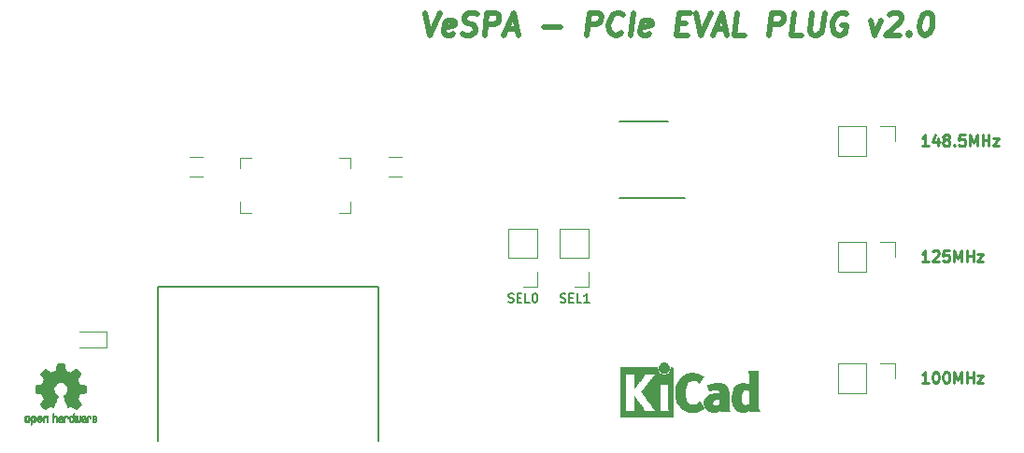
<source format=gbr>
G04 #@! TF.GenerationSoftware,KiCad,Pcbnew,(5.99.0-2858-ga3fc028c9b)*
G04 #@! TF.CreationDate,2020-08-26T16:16:25+02:00*
G04 #@! TF.ProjectId,EDSCH0002-V2-A,45445343-4830-4303-9032-2d56322d412e,V2.0*
G04 #@! TF.SameCoordinates,PX3235458PY54a6c6c*
G04 #@! TF.FileFunction,Legend,Top*
G04 #@! TF.FilePolarity,Positive*
%FSLAX46Y46*%
G04 Gerber Fmt 4.6, Leading zero omitted, Abs format (unit mm)*
G04 Created by KiCad (PCBNEW (5.99.0-2858-ga3fc028c9b)) date 2020-08-26 16:16:25*
%MOMM*%
%LPD*%
G01*
G04 APERTURE LIST*
%ADD10C,0.250000*%
%ADD11C,0.150000*%
%ADD12C,0.500000*%
%ADD13C,0.120000*%
%ADD14C,0.200000*%
%ADD15C,0.010000*%
G04 APERTURE END LIST*
D10*
X93823047Y17857120D02*
X93251618Y17857120D01*
X93537333Y17857120D02*
X93537333Y18857120D01*
X93442094Y18714262D01*
X93346856Y18619024D01*
X93251618Y18571405D01*
X94203999Y18761881D02*
X94251618Y18809500D01*
X94346856Y18857120D01*
X94584952Y18857120D01*
X94680190Y18809500D01*
X94727809Y18761881D01*
X94775428Y18666643D01*
X94775428Y18571405D01*
X94727809Y18428548D01*
X94156380Y17857120D01*
X94775428Y17857120D01*
X95680190Y18857120D02*
X95203999Y18857120D01*
X95156380Y18380929D01*
X95203999Y18428548D01*
X95299237Y18476167D01*
X95537333Y18476167D01*
X95632571Y18428548D01*
X95680190Y18380929D01*
X95727809Y18285691D01*
X95727809Y18047596D01*
X95680190Y17952358D01*
X95632571Y17904739D01*
X95537333Y17857120D01*
X95299237Y17857120D01*
X95203999Y17904739D01*
X95156380Y17952358D01*
X96156380Y17857120D02*
X96156380Y18857120D01*
X96489714Y18142834D01*
X96823047Y18857120D01*
X96823047Y17857120D01*
X97299237Y17857120D02*
X97299237Y18857120D01*
X97299237Y18380929D02*
X97870666Y18380929D01*
X97870666Y17857120D02*
X97870666Y18857120D01*
X98251618Y18523786D02*
X98775428Y18523786D01*
X98251618Y17857120D01*
X98775428Y17857120D01*
X93823047Y6860120D02*
X93251618Y6860120D01*
X93537333Y6860120D02*
X93537333Y7860120D01*
X93442094Y7717262D01*
X93346856Y7622024D01*
X93251618Y7574405D01*
X94442094Y7860120D02*
X94537333Y7860120D01*
X94632571Y7812500D01*
X94680190Y7764881D01*
X94727809Y7669643D01*
X94775428Y7479167D01*
X94775428Y7241072D01*
X94727809Y7050596D01*
X94680190Y6955358D01*
X94632571Y6907739D01*
X94537333Y6860120D01*
X94442094Y6860120D01*
X94346856Y6907739D01*
X94299237Y6955358D01*
X94251618Y7050596D01*
X94203999Y7241072D01*
X94203999Y7479167D01*
X94251618Y7669643D01*
X94299237Y7764881D01*
X94346856Y7812500D01*
X94442094Y7860120D01*
X95394475Y7860120D02*
X95489714Y7860120D01*
X95584952Y7812500D01*
X95632571Y7764881D01*
X95680190Y7669643D01*
X95727809Y7479167D01*
X95727809Y7241072D01*
X95680190Y7050596D01*
X95632571Y6955358D01*
X95584952Y6907739D01*
X95489714Y6860120D01*
X95394475Y6860120D01*
X95299237Y6907739D01*
X95251618Y6955358D01*
X95203999Y7050596D01*
X95156380Y7241072D01*
X95156380Y7479167D01*
X95203999Y7669643D01*
X95251618Y7764881D01*
X95299237Y7812500D01*
X95394475Y7860120D01*
X96156380Y6860120D02*
X96156380Y7860120D01*
X96489714Y7145834D01*
X96823047Y7860120D01*
X96823047Y6860120D01*
X97299237Y6860120D02*
X97299237Y7860120D01*
X97299237Y7383929D02*
X97870666Y7383929D01*
X97870666Y6860120D02*
X97870666Y7860120D01*
X98251618Y7526786D02*
X98775428Y7526786D01*
X98251618Y6860120D01*
X98775428Y6860120D01*
D11*
X60483761Y14205191D02*
X60598047Y14167096D01*
X60788523Y14167096D01*
X60864714Y14205191D01*
X60902809Y14243286D01*
X60940904Y14319477D01*
X60940904Y14395667D01*
X60902809Y14471858D01*
X60864714Y14509953D01*
X60788523Y14548048D01*
X60636142Y14586143D01*
X60559952Y14624239D01*
X60521857Y14662334D01*
X60483761Y14738524D01*
X60483761Y14814715D01*
X60521857Y14890905D01*
X60559952Y14929000D01*
X60636142Y14967096D01*
X60826619Y14967096D01*
X60940904Y14929000D01*
X61283761Y14586143D02*
X61550428Y14586143D01*
X61664714Y14167096D02*
X61283761Y14167096D01*
X61283761Y14967096D01*
X61664714Y14967096D01*
X62388523Y14167096D02*
X62007571Y14167096D01*
X62007571Y14967096D01*
X63074238Y14167096D02*
X62617095Y14167096D01*
X62845666Y14167096D02*
X62845666Y14967096D01*
X62769476Y14852810D01*
X62693285Y14776620D01*
X62617095Y14738524D01*
X55784761Y14205191D02*
X55899047Y14167096D01*
X56089523Y14167096D01*
X56165714Y14205191D01*
X56203809Y14243286D01*
X56241904Y14319477D01*
X56241904Y14395667D01*
X56203809Y14471858D01*
X56165714Y14509953D01*
X56089523Y14548048D01*
X55937142Y14586143D01*
X55860952Y14624239D01*
X55822857Y14662334D01*
X55784761Y14738524D01*
X55784761Y14814715D01*
X55822857Y14890905D01*
X55860952Y14929000D01*
X55937142Y14967096D01*
X56127619Y14967096D01*
X56241904Y14929000D01*
X56584761Y14586143D02*
X56851428Y14586143D01*
X56965714Y14167096D02*
X56584761Y14167096D01*
X56584761Y14967096D01*
X56965714Y14967096D01*
X57689523Y14167096D02*
X57308571Y14167096D01*
X57308571Y14967096D01*
X58108571Y14967096D02*
X58184761Y14967096D01*
X58260952Y14929000D01*
X58299047Y14890905D01*
X58337142Y14814715D01*
X58375238Y14662334D01*
X58375238Y14471858D01*
X58337142Y14319477D01*
X58299047Y14243286D01*
X58260952Y14205191D01*
X58184761Y14167096D01*
X58108571Y14167096D01*
X58032380Y14205191D01*
X57994285Y14243286D01*
X57956190Y14319477D01*
X57918095Y14471858D01*
X57918095Y14662334D01*
X57956190Y14814715D01*
X57994285Y14890905D01*
X58032380Y14929000D01*
X58108571Y14967096D01*
D10*
X93823047Y28346120D02*
X93251619Y28346120D01*
X93537333Y28346120D02*
X93537333Y29346120D01*
X93442095Y29203262D01*
X93346857Y29108024D01*
X93251619Y29060405D01*
X94680190Y29012786D02*
X94680190Y28346120D01*
X94442095Y29393739D02*
X94204000Y28679453D01*
X94823047Y28679453D01*
X95346857Y28917548D02*
X95251619Y28965167D01*
X95204000Y29012786D01*
X95156380Y29108024D01*
X95156380Y29155643D01*
X95204000Y29250881D01*
X95251619Y29298500D01*
X95346857Y29346120D01*
X95537333Y29346120D01*
X95632571Y29298500D01*
X95680190Y29250881D01*
X95727809Y29155643D01*
X95727809Y29108024D01*
X95680190Y29012786D01*
X95632571Y28965167D01*
X95537333Y28917548D01*
X95346857Y28917548D01*
X95251619Y28869929D01*
X95204000Y28822310D01*
X95156380Y28727072D01*
X95156380Y28536596D01*
X95204000Y28441358D01*
X95251619Y28393739D01*
X95346857Y28346120D01*
X95537333Y28346120D01*
X95632571Y28393739D01*
X95680190Y28441358D01*
X95727809Y28536596D01*
X95727809Y28727072D01*
X95680190Y28822310D01*
X95632571Y28869929D01*
X95537333Y28917548D01*
X96156380Y28441358D02*
X96204000Y28393739D01*
X96156380Y28346120D01*
X96108761Y28393739D01*
X96156380Y28441358D01*
X96156380Y28346120D01*
X97108761Y29346120D02*
X96632571Y29346120D01*
X96584952Y28869929D01*
X96632571Y28917548D01*
X96727809Y28965167D01*
X96965904Y28965167D01*
X97061142Y28917548D01*
X97108761Y28869929D01*
X97156380Y28774691D01*
X97156380Y28536596D01*
X97108761Y28441358D01*
X97061142Y28393739D01*
X96965904Y28346120D01*
X96727809Y28346120D01*
X96632571Y28393739D01*
X96584952Y28441358D01*
X97584952Y28346120D02*
X97584952Y29346120D01*
X97918285Y28631834D01*
X98251619Y29346120D01*
X98251619Y28346120D01*
X98727809Y28346120D02*
X98727809Y29346120D01*
X98727809Y28869929D02*
X99299238Y28869929D01*
X99299238Y28346120D02*
X99299238Y29346120D01*
X99680190Y29012786D02*
X100204000Y29012786D01*
X99680190Y28346120D01*
X100204000Y28346120D01*
D12*
X48221797Y40389239D02*
X48638464Y38389239D01*
X49555130Y40389239D01*
X50745607Y38484477D02*
X50543226Y38389239D01*
X50162273Y38389239D01*
X49983702Y38484477D01*
X49912273Y38674953D01*
X50007511Y39436858D01*
X50126559Y39627334D01*
X50328940Y39722572D01*
X50709892Y39722572D01*
X50888464Y39627334D01*
X50959892Y39436858D01*
X50936083Y39246381D01*
X49959892Y39055905D01*
X51602749Y38484477D02*
X51876559Y38389239D01*
X52352749Y38389239D01*
X52555130Y38484477D01*
X52662273Y38579715D01*
X52781321Y38770191D01*
X52805130Y38960667D01*
X52733702Y39151143D01*
X52650369Y39246381D01*
X52471797Y39341620D01*
X52102749Y39436858D01*
X51924178Y39532096D01*
X51840845Y39627334D01*
X51769416Y39817810D01*
X51793226Y40008286D01*
X51912273Y40198762D01*
X52019416Y40294000D01*
X52221797Y40389239D01*
X52697988Y40389239D01*
X52971797Y40294000D01*
X53590845Y38389239D02*
X53840845Y40389239D01*
X54602749Y40389239D01*
X54781321Y40294000D01*
X54864654Y40198762D01*
X54936083Y40008286D01*
X54900369Y39722572D01*
X54781321Y39532096D01*
X54674178Y39436858D01*
X54471797Y39341620D01*
X53709892Y39341620D01*
X55567035Y38960667D02*
X56519416Y38960667D01*
X55305130Y38389239D02*
X56221797Y40389239D01*
X56638464Y38389239D01*
X58924178Y39151143D02*
X60447988Y39151143D01*
X62828940Y38389239D02*
X63078940Y40389239D01*
X63840845Y40389239D01*
X64019416Y40294000D01*
X64102749Y40198762D01*
X64174178Y40008286D01*
X64138464Y39722572D01*
X64019416Y39532096D01*
X63912273Y39436858D01*
X63709892Y39341620D01*
X62947988Y39341620D01*
X65995607Y38579715D02*
X65888464Y38484477D01*
X65590845Y38389239D01*
X65400369Y38389239D01*
X65126559Y38484477D01*
X64959892Y38674953D01*
X64888464Y38865429D01*
X64840845Y39246381D01*
X64876559Y39532096D01*
X65019416Y39913048D01*
X65138464Y40103524D01*
X65352749Y40294000D01*
X65650369Y40389239D01*
X65840845Y40389239D01*
X66114654Y40294000D01*
X66197988Y40198762D01*
X66828940Y38389239D02*
X67078940Y40389239D01*
X68555130Y38484477D02*
X68352749Y38389239D01*
X67971797Y38389239D01*
X67793226Y38484477D01*
X67721797Y38674953D01*
X67817035Y39436858D01*
X67936083Y39627334D01*
X68138464Y39722572D01*
X68519416Y39722572D01*
X68697988Y39627334D01*
X68769416Y39436858D01*
X68745607Y39246381D01*
X67769416Y39055905D01*
X71150369Y39436858D02*
X71817035Y39436858D01*
X71971797Y38389239D02*
X71019416Y38389239D01*
X71269416Y40389239D01*
X72221797Y40389239D01*
X72793226Y40389239D02*
X73209892Y38389239D01*
X74126559Y40389239D01*
X74519416Y38960667D02*
X75471797Y38960667D01*
X74257511Y38389239D02*
X75174178Y40389239D01*
X75590845Y38389239D01*
X77209892Y38389239D02*
X76257511Y38389239D01*
X76507511Y40389239D01*
X79400369Y38389239D02*
X79650369Y40389239D01*
X80412273Y40389239D01*
X80590845Y40294000D01*
X80674178Y40198762D01*
X80745607Y40008286D01*
X80709892Y39722572D01*
X80590845Y39532096D01*
X80483702Y39436858D01*
X80281321Y39341620D01*
X79519416Y39341620D01*
X82352749Y38389239D02*
X81400369Y38389239D01*
X81650369Y40389239D01*
X83269416Y40389239D02*
X83067035Y38770191D01*
X83138464Y38579715D01*
X83221797Y38484477D01*
X83400369Y38389239D01*
X83781321Y38389239D01*
X83983702Y38484477D01*
X84090845Y38579715D01*
X84209892Y38770191D01*
X84412273Y40389239D01*
X86400369Y40294000D02*
X86221797Y40389239D01*
X85936083Y40389239D01*
X85638464Y40294000D01*
X85424178Y40103524D01*
X85305130Y39913048D01*
X85162273Y39532096D01*
X85126559Y39246381D01*
X85174178Y38865429D01*
X85245607Y38674953D01*
X85412273Y38484477D01*
X85686083Y38389239D01*
X85876559Y38389239D01*
X86174178Y38484477D01*
X86281321Y38579715D01*
X86364654Y39246381D01*
X85983702Y39246381D01*
X88614654Y39722572D02*
X88924178Y38389239D01*
X89567035Y39722572D01*
X90293226Y40198762D02*
X90400369Y40294000D01*
X90602749Y40389239D01*
X91078940Y40389239D01*
X91257511Y40294000D01*
X91340845Y40198762D01*
X91412273Y40008286D01*
X91388464Y39817810D01*
X91257511Y39532096D01*
X89971797Y38389239D01*
X91209892Y38389239D01*
X92090845Y38579715D02*
X92174178Y38484477D01*
X92067035Y38389239D01*
X91983702Y38484477D01*
X92090845Y38579715D01*
X92067035Y38389239D01*
X93650369Y40389239D02*
X93840845Y40389239D01*
X94019416Y40294000D01*
X94102750Y40198762D01*
X94174178Y40008286D01*
X94221797Y39627334D01*
X94162273Y39151143D01*
X94019416Y38770191D01*
X93900369Y38579715D01*
X93793226Y38484477D01*
X93590845Y38389239D01*
X93400369Y38389239D01*
X93221797Y38484477D01*
X93138464Y38579715D01*
X93067035Y38770191D01*
X93019416Y39151143D01*
X93078940Y39627334D01*
X93221797Y40008286D01*
X93340845Y40198762D01*
X93447988Y40294000D01*
X93650369Y40389239D01*
D13*
X88195000Y8620000D02*
X88195000Y5960000D01*
X88195000Y8620000D02*
X85595000Y8620000D01*
X88195000Y5960000D02*
X85595000Y5960000D01*
X90795000Y8620000D02*
X90795000Y7290000D01*
X85595000Y8620000D02*
X85595000Y5960000D01*
X89465000Y8620000D02*
X90795000Y8620000D01*
X89465000Y19617000D02*
X90795000Y19617000D01*
X85595000Y19617000D02*
X85595000Y16957000D01*
X90795000Y19617000D02*
X90795000Y18287000D01*
X88195000Y16957000D02*
X85595000Y16957000D01*
X88195000Y19617000D02*
X85595000Y19617000D01*
X88195000Y19617000D02*
X88195000Y16957000D01*
X88195000Y27446000D02*
X85595000Y27446000D01*
X85595000Y30106000D02*
X85595000Y27446000D01*
X88195000Y30106000D02*
X88195000Y27446000D01*
X88195000Y30106000D02*
X85595000Y30106000D01*
X90795000Y30106000D02*
X90795000Y28776000D01*
X89465000Y30106000D02*
X90795000Y30106000D01*
X63060000Y16942000D02*
X63060000Y15612000D01*
X63060000Y18212000D02*
X60400000Y18212000D01*
X63060000Y20812000D02*
X60400000Y20812000D01*
X63060000Y15612000D02*
X61730000Y15612000D01*
X63060000Y18212000D02*
X63060000Y20812000D01*
X60400000Y18212000D02*
X60400000Y20812000D01*
D11*
X70250000Y30552000D02*
X65800000Y30552000D01*
X71775000Y23652000D02*
X65800000Y23652000D01*
D13*
X31427000Y23294000D02*
X31427000Y22294000D01*
X41427000Y26294000D02*
X41427000Y27294000D01*
X40427000Y22294000D02*
X41427000Y22294000D01*
X32427000Y27294000D02*
X31427000Y27294000D01*
X31427000Y27294000D02*
X31427000Y26294000D01*
X31427000Y22294000D02*
X32427000Y22294000D01*
X41427000Y27294000D02*
X40427000Y27294000D01*
X41427000Y22294000D02*
X41427000Y23294000D01*
X28088064Y27377000D02*
X26883936Y27377000D01*
X28088064Y25557000D02*
X26883936Y25557000D01*
X44920936Y27377000D02*
X46125064Y27377000D01*
X44920936Y25557000D02*
X46125064Y25557000D01*
X19344500Y10110200D02*
X19344500Y11480200D01*
X16859500Y10110200D02*
X19344500Y10110200D01*
X19344500Y11480200D02*
X16859500Y11480200D01*
D14*
X43968800Y15581600D02*
X43968800Y1581600D01*
X23968800Y15581600D02*
X43968800Y15581600D01*
X23968800Y1581600D02*
X23968800Y15581600D01*
G36*
X73476522Y5234688D02*
G01*
X73492768Y5305910D01*
X73518405Y5376636D01*
X73542401Y5429007D01*
X73601020Y5524304D01*
X73679117Y5612330D01*
X73774315Y5691483D01*
X73884238Y5760160D01*
X74006510Y5816759D01*
X74138755Y5859679D01*
X74203422Y5874618D01*
X74339604Y5896723D01*
X74488049Y5911306D01*
X74639505Y5917687D01*
X74766064Y5916055D01*
X74927950Y5909276D01*
X74920530Y5968255D01*
X74901238Y6067408D01*
X74870104Y6148128D01*
X74826269Y6211034D01*
X74768871Y6256744D01*
X74697048Y6285878D01*
X74609941Y6299053D01*
X74506686Y6296889D01*
X74468711Y6292888D01*
X74327520Y6267720D01*
X74190707Y6226686D01*
X74096178Y6188685D01*
X74051018Y6169310D01*
X74012585Y6153740D01*
X73986234Y6144095D01*
X73978546Y6142048D01*
X73968802Y6151126D01*
X73952083Y6180095D01*
X73928232Y6229283D01*
X73897093Y6299016D01*
X73858507Y6389621D01*
X73851910Y6405411D01*
X73821853Y6477728D01*
X73794874Y6543075D01*
X73772136Y6598594D01*
X73754806Y6641428D01*
X73744048Y6668719D01*
X73740941Y6677558D01*
X73750940Y6682313D01*
X73777217Y6687590D01*
X73805489Y6691269D01*
X73835646Y6696026D01*
X73883433Y6705472D01*
X73944612Y6718680D01*
X74014946Y6734724D01*
X74090194Y6752680D01*
X74118755Y6759703D01*
X74223816Y6785291D01*
X74311480Y6805353D01*
X74386068Y6820531D01*
X74451903Y6831465D01*
X74513307Y6838796D01*
X74574602Y6843165D01*
X74640110Y6845213D01*
X74698128Y6845611D01*
X74867574Y6838948D01*
X75019492Y6818933D01*
X75154756Y6785298D01*
X75274239Y6737775D01*
X75378815Y6676095D01*
X75456424Y6612535D01*
X75525265Y6538401D01*
X75579006Y6458629D01*
X75621910Y6366409D01*
X75637384Y6323339D01*
X75650244Y6284358D01*
X75661446Y6248211D01*
X75671120Y6213066D01*
X75679396Y6177090D01*
X75686403Y6138450D01*
X75692272Y6095315D01*
X75697131Y6045851D01*
X75701110Y5988227D01*
X75704340Y5920609D01*
X75706949Y5841166D01*
X75709067Y5748064D01*
X75710824Y5639473D01*
X75712349Y5513558D01*
X75713772Y5368488D01*
X75715025Y5225722D01*
X75716351Y5069532D01*
X75717556Y4934261D01*
X75718766Y4818254D01*
X75720106Y4719855D01*
X75721700Y4637407D01*
X75723675Y4569254D01*
X75726156Y4513740D01*
X75729269Y4469208D01*
X75733138Y4434002D01*
X75737889Y4406466D01*
X75743648Y4384944D01*
X75750539Y4367778D01*
X75758689Y4353314D01*
X75768223Y4339894D01*
X75779266Y4325862D01*
X75783566Y4320429D01*
X75799386Y4297590D01*
X75806422Y4282037D01*
X75806444Y4281578D01*
X75795567Y4279379D01*
X75764582Y4277353D01*
X75715957Y4275558D01*
X75652163Y4274049D01*
X75575669Y4272884D01*
X75488944Y4272120D01*
X75394457Y4271814D01*
X75383550Y4271811D01*
X74960657Y4271811D01*
X74957395Y4367878D01*
X74954133Y4463944D01*
X74892044Y4412957D01*
X74794714Y4345443D01*
X74684813Y4290751D01*
X74598349Y4260522D01*
X74529278Y4245834D01*
X74445925Y4235841D01*
X74356159Y4230854D01*
X74267845Y4231187D01*
X74188851Y4237149D01*
X74152622Y4242862D01*
X74012603Y4280724D01*
X73886178Y4335568D01*
X73774260Y4406576D01*
X73677762Y4492932D01*
X73597600Y4593821D01*
X73534687Y4708424D01*
X73490312Y4834516D01*
X73477978Y4891099D01*
X73470368Y4953298D01*
X73466739Y5028137D01*
X73466245Y5062033D01*
X73466310Y5065218D01*
X74226248Y5065218D01*
X74235541Y4990167D01*
X74263728Y4926340D01*
X74312197Y4870702D01*
X74317254Y4866289D01*
X74365548Y4831463D01*
X74417257Y4808880D01*
X74477989Y4796960D01*
X74553352Y4794117D01*
X74571459Y4794522D01*
X74625278Y4797175D01*
X74665308Y4802591D01*
X74700324Y4812755D01*
X74739103Y4829650D01*
X74749745Y4834828D01*
X74810396Y4870656D01*
X74857215Y4913288D01*
X74869952Y4928527D01*
X74914622Y4985038D01*
X74914622Y5180914D01*
X74914086Y5259561D01*
X74912396Y5317512D01*
X74909428Y5356625D01*
X74905057Y5378759D01*
X74900972Y5385226D01*
X74885047Y5388389D01*
X74851264Y5391012D01*
X74804340Y5392845D01*
X74748993Y5393643D01*
X74740106Y5393658D01*
X74619330Y5388404D01*
X74516660Y5372237D01*
X74430106Y5344539D01*
X74357681Y5304692D01*
X74302751Y5257742D01*
X74258204Y5199855D01*
X74233480Y5136807D01*
X74226248Y5065218D01*
X73466310Y5065218D01*
X73468178Y5155788D01*
X73476522Y5234688D01*
G37*
D15*
X73476522Y5234688D02*
X73492768Y5305910D01*
X73518405Y5376636D01*
X73542401Y5429007D01*
X73601020Y5524304D01*
X73679117Y5612330D01*
X73774315Y5691483D01*
X73884238Y5760160D01*
X74006510Y5816759D01*
X74138755Y5859679D01*
X74203422Y5874618D01*
X74339604Y5896723D01*
X74488049Y5911306D01*
X74639505Y5917687D01*
X74766064Y5916055D01*
X74927950Y5909276D01*
X74920530Y5968255D01*
X74901238Y6067408D01*
X74870104Y6148128D01*
X74826269Y6211034D01*
X74768871Y6256744D01*
X74697048Y6285878D01*
X74609941Y6299053D01*
X74506686Y6296889D01*
X74468711Y6292888D01*
X74327520Y6267720D01*
X74190707Y6226686D01*
X74096178Y6188685D01*
X74051018Y6169310D01*
X74012585Y6153740D01*
X73986234Y6144095D01*
X73978546Y6142048D01*
X73968802Y6151126D01*
X73952083Y6180095D01*
X73928232Y6229283D01*
X73897093Y6299016D01*
X73858507Y6389621D01*
X73851910Y6405411D01*
X73821853Y6477728D01*
X73794874Y6543075D01*
X73772136Y6598594D01*
X73754806Y6641428D01*
X73744048Y6668719D01*
X73740941Y6677558D01*
X73750940Y6682313D01*
X73777217Y6687590D01*
X73805489Y6691269D01*
X73835646Y6696026D01*
X73883433Y6705472D01*
X73944612Y6718680D01*
X74014946Y6734724D01*
X74090194Y6752680D01*
X74118755Y6759703D01*
X74223816Y6785291D01*
X74311480Y6805353D01*
X74386068Y6820531D01*
X74451903Y6831465D01*
X74513307Y6838796D01*
X74574602Y6843165D01*
X74640110Y6845213D01*
X74698128Y6845611D01*
X74867574Y6838948D01*
X75019492Y6818933D01*
X75154756Y6785298D01*
X75274239Y6737775D01*
X75378815Y6676095D01*
X75456424Y6612535D01*
X75525265Y6538401D01*
X75579006Y6458629D01*
X75621910Y6366409D01*
X75637384Y6323339D01*
X75650244Y6284358D01*
X75661446Y6248211D01*
X75671120Y6213066D01*
X75679396Y6177090D01*
X75686403Y6138450D01*
X75692272Y6095315D01*
X75697131Y6045851D01*
X75701110Y5988227D01*
X75704340Y5920609D01*
X75706949Y5841166D01*
X75709067Y5748064D01*
X75710824Y5639473D01*
X75712349Y5513558D01*
X75713772Y5368488D01*
X75715025Y5225722D01*
X75716351Y5069532D01*
X75717556Y4934261D01*
X75718766Y4818254D01*
X75720106Y4719855D01*
X75721700Y4637407D01*
X75723675Y4569254D01*
X75726156Y4513740D01*
X75729269Y4469208D01*
X75733138Y4434002D01*
X75737889Y4406466D01*
X75743648Y4384944D01*
X75750539Y4367778D01*
X75758689Y4353314D01*
X75768223Y4339894D01*
X75779266Y4325862D01*
X75783566Y4320429D01*
X75799386Y4297590D01*
X75806422Y4282037D01*
X75806444Y4281578D01*
X75795567Y4279379D01*
X75764582Y4277353D01*
X75715957Y4275558D01*
X75652163Y4274049D01*
X75575669Y4272884D01*
X75488944Y4272120D01*
X75394457Y4271814D01*
X75383550Y4271811D01*
X74960657Y4271811D01*
X74957395Y4367878D01*
X74954133Y4463944D01*
X74892044Y4412957D01*
X74794714Y4345443D01*
X74684813Y4290751D01*
X74598349Y4260522D01*
X74529278Y4245834D01*
X74445925Y4235841D01*
X74356159Y4230854D01*
X74267845Y4231187D01*
X74188851Y4237149D01*
X74152622Y4242862D01*
X74012603Y4280724D01*
X73886178Y4335568D01*
X73774260Y4406576D01*
X73677762Y4492932D01*
X73597600Y4593821D01*
X73534687Y4708424D01*
X73490312Y4834516D01*
X73477978Y4891099D01*
X73470368Y4953298D01*
X73466739Y5028137D01*
X73466245Y5062033D01*
X73466310Y5065218D01*
X74226248Y5065218D01*
X74235541Y4990167D01*
X74263728Y4926340D01*
X74312197Y4870702D01*
X74317254Y4866289D01*
X74365548Y4831463D01*
X74417257Y4808880D01*
X74477989Y4796960D01*
X74553352Y4794117D01*
X74571459Y4794522D01*
X74625278Y4797175D01*
X74665308Y4802591D01*
X74700324Y4812755D01*
X74739103Y4829650D01*
X74749745Y4834828D01*
X74810396Y4870656D01*
X74857215Y4913288D01*
X74869952Y4928527D01*
X74914622Y4985038D01*
X74914622Y5180914D01*
X74914086Y5259561D01*
X74912396Y5317512D01*
X74909428Y5356625D01*
X74905057Y5378759D01*
X74900972Y5385226D01*
X74885047Y5388389D01*
X74851264Y5391012D01*
X74804340Y5392845D01*
X74748993Y5393643D01*
X74740106Y5393658D01*
X74619330Y5388404D01*
X74516660Y5372237D01*
X74430106Y5344539D01*
X74357681Y5304692D01*
X74302751Y5257742D01*
X74258204Y5199855D01*
X74233480Y5136807D01*
X74226248Y5065218D01*
X73466310Y5065218D01*
X73468178Y5155788D01*
X73476522Y5234688D01*
G36*
X69247600Y8216446D02*
G01*
X69258465Y8102507D01*
X69290082Y7994884D01*
X69340985Y7895885D01*
X69409707Y7807816D01*
X69494781Y7732984D01*
X69591768Y7675116D01*
X69698036Y7635495D01*
X69805050Y7616927D01*
X69910700Y7618066D01*
X70012875Y7637570D01*
X70109466Y7674094D01*
X70198362Y7726295D01*
X70277454Y7792827D01*
X70344631Y7872348D01*
X70397783Y7963513D01*
X70434801Y8064977D01*
X70453573Y8175398D01*
X70455511Y8225294D01*
X70455511Y8313233D01*
X70507440Y8313233D01*
X70543747Y8310389D01*
X70570645Y8298589D01*
X70597751Y8274851D01*
X70636133Y8236469D01*
X70636133Y6044898D01*
X70636124Y5782761D01*
X70636092Y5542259D01*
X70636028Y5322452D01*
X70635924Y5122399D01*
X70635773Y4941156D01*
X70635566Y4777784D01*
X70635294Y4631340D01*
X70634950Y4500883D01*
X70634526Y4385471D01*
X70634013Y4284162D01*
X70633403Y4196016D01*
X70632688Y4120090D01*
X70631860Y4055443D01*
X70630911Y4001133D01*
X70629833Y3956220D01*
X70628617Y3919760D01*
X70627255Y3890813D01*
X70625739Y3868437D01*
X70624062Y3851691D01*
X70622214Y3839632D01*
X70620187Y3831320D01*
X70617975Y3825813D01*
X70616892Y3823963D01*
X70612729Y3816951D01*
X70609195Y3810504D01*
X70605365Y3804600D01*
X70600318Y3799214D01*
X70593129Y3794322D01*
X70582877Y3789902D01*
X70568636Y3785928D01*
X70549486Y3782379D01*
X70524501Y3779230D01*
X70492760Y3776458D01*
X70453338Y3774039D01*
X70405314Y3771949D01*
X70347763Y3770165D01*
X70279763Y3768663D01*
X70200390Y3767420D01*
X70108721Y3766411D01*
X70003834Y3765615D01*
X69884804Y3765006D01*
X69750710Y3764561D01*
X69600627Y3764257D01*
X69433633Y3764070D01*
X69248804Y3763976D01*
X69045217Y3763952D01*
X68821950Y3763975D01*
X68578078Y3764020D01*
X68312679Y3764063D01*
X68274296Y3764068D01*
X68007318Y3764111D01*
X67761998Y3764182D01*
X67537417Y3764287D01*
X67332655Y3764434D01*
X67146794Y3764631D01*
X66978912Y3764884D01*
X66828092Y3765200D01*
X66693413Y3765587D01*
X66573956Y3766053D01*
X66468801Y3766603D01*
X66377029Y3767247D01*
X66297721Y3767989D01*
X66229957Y3768839D01*
X66172818Y3769803D01*
X66125383Y3770889D01*
X66086734Y3772103D01*
X66055951Y3773453D01*
X66032115Y3774945D01*
X66014306Y3776589D01*
X66001605Y3778389D01*
X65993092Y3780355D01*
X65988734Y3782023D01*
X65980272Y3785594D01*
X65972503Y3788230D01*
X65965398Y3790866D01*
X65958927Y3794438D01*
X65953061Y3799879D01*
X65947771Y3808125D01*
X65943026Y3820110D01*
X65938798Y3836769D01*
X65935057Y3859037D01*
X65931773Y3887848D01*
X65928917Y3924137D01*
X65926460Y3968839D01*
X65924371Y4022889D01*
X65922622Y4087221D01*
X65921183Y4162770D01*
X65920024Y4250470D01*
X65919117Y4351257D01*
X65918431Y4466066D01*
X65917937Y4595830D01*
X65917605Y4741485D01*
X65917407Y4903965D01*
X65917313Y5084205D01*
X65917292Y5283140D01*
X65917315Y5501704D01*
X65917354Y5740832D01*
X65917378Y6001460D01*
X65917378Y6043611D01*
X65917364Y6306508D01*
X65917339Y6547768D01*
X65917329Y6768335D01*
X65917358Y6969148D01*
X65917452Y7151151D01*
X65917638Y7315284D01*
X65917941Y7462489D01*
X65918386Y7593708D01*
X65918966Y7703633D01*
X66221803Y7703633D01*
X66261593Y7645789D01*
X66272764Y7630021D01*
X66282834Y7616059D01*
X66291862Y7602716D01*
X66299903Y7588807D01*
X66307014Y7573144D01*
X66313253Y7554542D01*
X66318675Y7531814D01*
X66323338Y7503773D01*
X66327299Y7469233D01*
X66330615Y7427008D01*
X66333341Y7375911D01*
X66335536Y7314756D01*
X66337255Y7242356D01*
X66338556Y7157525D01*
X66339495Y7059078D01*
X66340130Y6945826D01*
X66340516Y6816584D01*
X66340712Y6670166D01*
X66340773Y6505384D01*
X66340757Y6321053D01*
X66340720Y6115987D01*
X66340711Y5993367D01*
X66340735Y5776418D01*
X66340769Y5580858D01*
X66340757Y5405501D01*
X66340642Y5249159D01*
X66340370Y5110643D01*
X66339882Y4988766D01*
X66339124Y4882340D01*
X66338038Y4790178D01*
X66336569Y4711091D01*
X66334660Y4643892D01*
X66332256Y4587393D01*
X66329299Y4540407D01*
X66325734Y4501745D01*
X66321505Y4470220D01*
X66316554Y4444645D01*
X66310827Y4423830D01*
X66304267Y4406589D01*
X66296817Y4391735D01*
X66288421Y4378078D01*
X66279024Y4364431D01*
X66268568Y4349607D01*
X66262477Y4340717D01*
X66223704Y4283100D01*
X66755268Y4283100D01*
X66878517Y4283135D01*
X66981013Y4283285D01*
X67064580Y4283622D01*
X67131044Y4284214D01*
X67182229Y4285133D01*
X67219959Y4286449D01*
X67246060Y4288231D01*
X67262356Y4290549D01*
X67270672Y4293474D01*
X67272832Y4297076D01*
X67270661Y4301425D01*
X67269465Y4302855D01*
X67244315Y4339927D01*
X67218417Y4392728D01*
X67194808Y4454730D01*
X67186539Y4481143D01*
X67181922Y4499084D01*
X67178021Y4520145D01*
X67174752Y4546411D01*
X67172034Y4579968D01*
X67169785Y4622901D01*
X67167923Y4677296D01*
X67166364Y4745238D01*
X67165028Y4828812D01*
X67163831Y4930105D01*
X67162692Y5051200D01*
X67162315Y5095900D01*
X67161298Y5221051D01*
X67160540Y5325418D01*
X67160097Y5410793D01*
X67160030Y5478967D01*
X67160395Y5531735D01*
X67161252Y5570886D01*
X67162659Y5598215D01*
X67164675Y5615514D01*
X67167357Y5624574D01*
X67170764Y5627188D01*
X67174956Y5625149D01*
X67179429Y5620833D01*
X67189784Y5607898D01*
X67211842Y5578824D01*
X67244043Y5535741D01*
X67284826Y5480782D01*
X67332630Y5416077D01*
X67385895Y5343758D01*
X67443060Y5265956D01*
X67502563Y5184802D01*
X67562845Y5102428D01*
X67622345Y5020964D01*
X67679502Y4942543D01*
X67732755Y4869296D01*
X67780543Y4803353D01*
X67821307Y4746846D01*
X67853484Y4701907D01*
X67875515Y4670666D01*
X67880083Y4664034D01*
X67903004Y4627131D01*
X67929812Y4579141D01*
X67955211Y4529603D01*
X67958432Y4522923D01*
X67980110Y4474728D01*
X67992696Y4437166D01*
X67998426Y4401340D01*
X67999544Y4359300D01*
X67998910Y4283100D01*
X69153349Y4283100D01*
X69148347Y4288243D01*
X69360489Y4288243D01*
X69371396Y4287166D01*
X69402589Y4286165D01*
X69451777Y4285265D01*
X69516667Y4284490D01*
X69594970Y4283863D01*
X69684393Y4283409D01*
X69782644Y4283151D01*
X69851555Y4283100D01*
X69956548Y4283320D01*
X70053390Y4283952D01*
X70139893Y4284951D01*
X70213868Y4286273D01*
X70273126Y4287874D01*
X70315480Y4289709D01*
X70338740Y4291735D01*
X70342622Y4293007D01*
X70334924Y4307909D01*
X70326926Y4315940D01*
X70313754Y4333066D01*
X70296515Y4363317D01*
X70284593Y4387878D01*
X70257955Y4446789D01*
X70254880Y5623655D01*
X70251805Y6800522D01*
X69806147Y6800522D01*
X69708330Y6800358D01*
X69617936Y6799889D01*
X69537370Y6799153D01*
X69469038Y6798184D01*
X69415344Y6797020D01*
X69378695Y6795697D01*
X69361496Y6794251D01*
X69360489Y6793798D01*
X69366398Y6780841D01*
X69380728Y6758592D01*
X69381775Y6757109D01*
X69400562Y6726956D01*
X69420209Y6690125D01*
X69424108Y6681989D01*
X69427644Y6673560D01*
X69430770Y6663441D01*
X69433514Y6650240D01*
X69435908Y6632562D01*
X69437981Y6609016D01*
X69439765Y6578207D01*
X69441288Y6538743D01*
X69442581Y6489231D01*
X69443674Y6428277D01*
X69444597Y6354489D01*
X69445381Y6266472D01*
X69446055Y6162835D01*
X69446650Y6042184D01*
X69447195Y5903126D01*
X69447721Y5744268D01*
X69448255Y5565411D01*
X69448794Y5380293D01*
X69449228Y5216355D01*
X69449491Y5072197D01*
X69449516Y4946421D01*
X69449235Y4837629D01*
X69448581Y4744423D01*
X69447486Y4665403D01*
X69445882Y4599172D01*
X69443703Y4544330D01*
X69440881Y4499479D01*
X69437349Y4463222D01*
X69433039Y4434159D01*
X69427883Y4410891D01*
X69421815Y4392021D01*
X69414767Y4376149D01*
X69406671Y4361878D01*
X69397460Y4347809D01*
X69388960Y4335342D01*
X69371824Y4309048D01*
X69361678Y4291463D01*
X69360489Y4288243D01*
X69148347Y4288243D01*
X69062185Y4376831D01*
X69015388Y4426725D01*
X68965101Y4483205D01*
X68919056Y4537474D01*
X68898631Y4562827D01*
X68868193Y4602372D01*
X68828138Y4655584D01*
X68779639Y4720833D01*
X68723865Y4796489D01*
X68661989Y4880923D01*
X68595181Y4972506D01*
X68524613Y5069608D01*
X68451455Y5170599D01*
X68376879Y5273850D01*
X68302056Y5377732D01*
X68228157Y5480615D01*
X68156354Y5580869D01*
X68087816Y5676864D01*
X68023716Y5766973D01*
X67965225Y5849564D01*
X67913514Y5923008D01*
X67869753Y5985676D01*
X67835115Y6035939D01*
X67810770Y6072166D01*
X67797889Y6092729D01*
X67796131Y6096832D01*
X67804090Y6108158D01*
X67824885Y6135338D01*
X67857153Y6176671D01*
X67899530Y6230456D01*
X67950653Y6294994D01*
X68009159Y6368582D01*
X68073686Y6449522D01*
X68142869Y6536112D01*
X68215347Y6626652D01*
X68289754Y6719440D01*
X68349483Y6793798D01*
X68364730Y6812778D01*
X68438910Y6904963D01*
X68510931Y6994296D01*
X68579431Y7079076D01*
X68643045Y7157602D01*
X68700412Y7228174D01*
X68750167Y7289091D01*
X68790948Y7338653D01*
X68808112Y7359322D01*
X68894404Y7459984D01*
X68971003Y7543241D01*
X69039817Y7611062D01*
X69102752Y7665411D01*
X69112133Y7672778D01*
X69151644Y7703383D01*
X68019884Y7703633D01*
X68025173Y7655656D01*
X68021870Y7598312D01*
X68000339Y7530037D01*
X67960365Y7450288D01*
X67915057Y7378005D01*
X67898839Y7355360D01*
X67870786Y7317804D01*
X67832570Y7267479D01*
X67785863Y7206527D01*
X67732339Y7137089D01*
X67673669Y7061306D01*
X67611525Y6981320D01*
X67547579Y6899272D01*
X67483505Y6817304D01*
X67420973Y6737557D01*
X67361657Y6662173D01*
X67307229Y6593293D01*
X67259361Y6533058D01*
X67219725Y6483611D01*
X67189994Y6447092D01*
X67171839Y6425642D01*
X67168780Y6422344D01*
X67165921Y6430351D01*
X67163707Y6460645D01*
X67162143Y6512944D01*
X67161233Y6586969D01*
X67160980Y6682437D01*
X67161387Y6799066D01*
X67162296Y6919055D01*
X67163618Y7051167D01*
X67165143Y7162906D01*
X67167119Y7256475D01*
X67169794Y7334081D01*
X67173418Y7397926D01*
X67178239Y7450217D01*
X67184506Y7493156D01*
X67192468Y7528949D01*
X67202373Y7559800D01*
X67214469Y7587914D01*
X67229007Y7615495D01*
X67243689Y7640534D01*
X67281686Y7703633D01*
X66221803Y7703633D01*
X65918966Y7703633D01*
X65918999Y7709883D01*
X65919805Y7811956D01*
X65920830Y7900867D01*
X65922100Y7977559D01*
X65923640Y8042973D01*
X65925476Y8098051D01*
X65927633Y8143735D01*
X65930137Y8180966D01*
X65933013Y8210687D01*
X65936287Y8233838D01*
X65939985Y8251361D01*
X65944131Y8264199D01*
X65948753Y8273292D01*
X65953874Y8279582D01*
X65959522Y8284012D01*
X65965721Y8287522D01*
X65972496Y8291055D01*
X65978492Y8294624D01*
X65983725Y8297200D01*
X65991901Y8299528D01*
X66004114Y8301622D01*
X66021459Y8303493D01*
X66045031Y8305153D01*
X66075923Y8306616D01*
X66115232Y8307892D01*
X66164050Y8308996D01*
X66223473Y8309939D01*
X66294596Y8310733D01*
X66378512Y8311391D01*
X66476317Y8311925D01*
X66589106Y8312347D01*
X66717971Y8312671D01*
X66864009Y8312908D01*
X67028314Y8313070D01*
X67211980Y8313170D01*
X67416103Y8313220D01*
X67627247Y8313233D01*
X69247600Y8313233D01*
X69247600Y8216446D01*
G37*
X69247600Y8216446D02*
X69258465Y8102507D01*
X69290082Y7994884D01*
X69340985Y7895885D01*
X69409707Y7807816D01*
X69494781Y7732984D01*
X69591768Y7675116D01*
X69698036Y7635495D01*
X69805050Y7616927D01*
X69910700Y7618066D01*
X70012875Y7637570D01*
X70109466Y7674094D01*
X70198362Y7726295D01*
X70277454Y7792827D01*
X70344631Y7872348D01*
X70397783Y7963513D01*
X70434801Y8064977D01*
X70453573Y8175398D01*
X70455511Y8225294D01*
X70455511Y8313233D01*
X70507440Y8313233D01*
X70543747Y8310389D01*
X70570645Y8298589D01*
X70597751Y8274851D01*
X70636133Y8236469D01*
X70636133Y6044898D01*
X70636124Y5782761D01*
X70636092Y5542259D01*
X70636028Y5322452D01*
X70635924Y5122399D01*
X70635773Y4941156D01*
X70635566Y4777784D01*
X70635294Y4631340D01*
X70634950Y4500883D01*
X70634526Y4385471D01*
X70634013Y4284162D01*
X70633403Y4196016D01*
X70632688Y4120090D01*
X70631860Y4055443D01*
X70630911Y4001133D01*
X70629833Y3956220D01*
X70628617Y3919760D01*
X70627255Y3890813D01*
X70625739Y3868437D01*
X70624062Y3851691D01*
X70622214Y3839632D01*
X70620187Y3831320D01*
X70617975Y3825813D01*
X70616892Y3823963D01*
X70612729Y3816951D01*
X70609195Y3810504D01*
X70605365Y3804600D01*
X70600318Y3799214D01*
X70593129Y3794322D01*
X70582877Y3789902D01*
X70568636Y3785928D01*
X70549486Y3782379D01*
X70524501Y3779230D01*
X70492760Y3776458D01*
X70453338Y3774039D01*
X70405314Y3771949D01*
X70347763Y3770165D01*
X70279763Y3768663D01*
X70200390Y3767420D01*
X70108721Y3766411D01*
X70003834Y3765615D01*
X69884804Y3765006D01*
X69750710Y3764561D01*
X69600627Y3764257D01*
X69433633Y3764070D01*
X69248804Y3763976D01*
X69045217Y3763952D01*
X68821950Y3763975D01*
X68578078Y3764020D01*
X68312679Y3764063D01*
X68274296Y3764068D01*
X68007318Y3764111D01*
X67761998Y3764182D01*
X67537417Y3764287D01*
X67332655Y3764434D01*
X67146794Y3764631D01*
X66978912Y3764884D01*
X66828092Y3765200D01*
X66693413Y3765587D01*
X66573956Y3766053D01*
X66468801Y3766603D01*
X66377029Y3767247D01*
X66297721Y3767989D01*
X66229957Y3768839D01*
X66172818Y3769803D01*
X66125383Y3770889D01*
X66086734Y3772103D01*
X66055951Y3773453D01*
X66032115Y3774945D01*
X66014306Y3776589D01*
X66001605Y3778389D01*
X65993092Y3780355D01*
X65988734Y3782023D01*
X65980272Y3785594D01*
X65972503Y3788230D01*
X65965398Y3790866D01*
X65958927Y3794438D01*
X65953061Y3799879D01*
X65947771Y3808125D01*
X65943026Y3820110D01*
X65938798Y3836769D01*
X65935057Y3859037D01*
X65931773Y3887848D01*
X65928917Y3924137D01*
X65926460Y3968839D01*
X65924371Y4022889D01*
X65922622Y4087221D01*
X65921183Y4162770D01*
X65920024Y4250470D01*
X65919117Y4351257D01*
X65918431Y4466066D01*
X65917937Y4595830D01*
X65917605Y4741485D01*
X65917407Y4903965D01*
X65917313Y5084205D01*
X65917292Y5283140D01*
X65917315Y5501704D01*
X65917354Y5740832D01*
X65917378Y6001460D01*
X65917378Y6043611D01*
X65917364Y6306508D01*
X65917339Y6547768D01*
X65917329Y6768335D01*
X65917358Y6969148D01*
X65917452Y7151151D01*
X65917638Y7315284D01*
X65917941Y7462489D01*
X65918386Y7593708D01*
X65918966Y7703633D01*
X66221803Y7703633D01*
X66261593Y7645789D01*
X66272764Y7630021D01*
X66282834Y7616059D01*
X66291862Y7602716D01*
X66299903Y7588807D01*
X66307014Y7573144D01*
X66313253Y7554542D01*
X66318675Y7531814D01*
X66323338Y7503773D01*
X66327299Y7469233D01*
X66330615Y7427008D01*
X66333341Y7375911D01*
X66335536Y7314756D01*
X66337255Y7242356D01*
X66338556Y7157525D01*
X66339495Y7059078D01*
X66340130Y6945826D01*
X66340516Y6816584D01*
X66340712Y6670166D01*
X66340773Y6505384D01*
X66340757Y6321053D01*
X66340720Y6115987D01*
X66340711Y5993367D01*
X66340735Y5776418D01*
X66340769Y5580858D01*
X66340757Y5405501D01*
X66340642Y5249159D01*
X66340370Y5110643D01*
X66339882Y4988766D01*
X66339124Y4882340D01*
X66338038Y4790178D01*
X66336569Y4711091D01*
X66334660Y4643892D01*
X66332256Y4587393D01*
X66329299Y4540407D01*
X66325734Y4501745D01*
X66321505Y4470220D01*
X66316554Y4444645D01*
X66310827Y4423830D01*
X66304267Y4406589D01*
X66296817Y4391735D01*
X66288421Y4378078D01*
X66279024Y4364431D01*
X66268568Y4349607D01*
X66262477Y4340717D01*
X66223704Y4283100D01*
X66755268Y4283100D01*
X66878517Y4283135D01*
X66981013Y4283285D01*
X67064580Y4283622D01*
X67131044Y4284214D01*
X67182229Y4285133D01*
X67219959Y4286449D01*
X67246060Y4288231D01*
X67262356Y4290549D01*
X67270672Y4293474D01*
X67272832Y4297076D01*
X67270661Y4301425D01*
X67269465Y4302855D01*
X67244315Y4339927D01*
X67218417Y4392728D01*
X67194808Y4454730D01*
X67186539Y4481143D01*
X67181922Y4499084D01*
X67178021Y4520145D01*
X67174752Y4546411D01*
X67172034Y4579968D01*
X67169785Y4622901D01*
X67167923Y4677296D01*
X67166364Y4745238D01*
X67165028Y4828812D01*
X67163831Y4930105D01*
X67162692Y5051200D01*
X67162315Y5095900D01*
X67161298Y5221051D01*
X67160540Y5325418D01*
X67160097Y5410793D01*
X67160030Y5478967D01*
X67160395Y5531735D01*
X67161252Y5570886D01*
X67162659Y5598215D01*
X67164675Y5615514D01*
X67167357Y5624574D01*
X67170764Y5627188D01*
X67174956Y5625149D01*
X67179429Y5620833D01*
X67189784Y5607898D01*
X67211842Y5578824D01*
X67244043Y5535741D01*
X67284826Y5480782D01*
X67332630Y5416077D01*
X67385895Y5343758D01*
X67443060Y5265956D01*
X67502563Y5184802D01*
X67562845Y5102428D01*
X67622345Y5020964D01*
X67679502Y4942543D01*
X67732755Y4869296D01*
X67780543Y4803353D01*
X67821307Y4746846D01*
X67853484Y4701907D01*
X67875515Y4670666D01*
X67880083Y4664034D01*
X67903004Y4627131D01*
X67929812Y4579141D01*
X67955211Y4529603D01*
X67958432Y4522923D01*
X67980110Y4474728D01*
X67992696Y4437166D01*
X67998426Y4401340D01*
X67999544Y4359300D01*
X67998910Y4283100D01*
X69153349Y4283100D01*
X69148347Y4288243D01*
X69360489Y4288243D01*
X69371396Y4287166D01*
X69402589Y4286165D01*
X69451777Y4285265D01*
X69516667Y4284490D01*
X69594970Y4283863D01*
X69684393Y4283409D01*
X69782644Y4283151D01*
X69851555Y4283100D01*
X69956548Y4283320D01*
X70053390Y4283952D01*
X70139893Y4284951D01*
X70213868Y4286273D01*
X70273126Y4287874D01*
X70315480Y4289709D01*
X70338740Y4291735D01*
X70342622Y4293007D01*
X70334924Y4307909D01*
X70326926Y4315940D01*
X70313754Y4333066D01*
X70296515Y4363317D01*
X70284593Y4387878D01*
X70257955Y4446789D01*
X70254880Y5623655D01*
X70251805Y6800522D01*
X69806147Y6800522D01*
X69708330Y6800358D01*
X69617936Y6799889D01*
X69537370Y6799153D01*
X69469038Y6798184D01*
X69415344Y6797020D01*
X69378695Y6795697D01*
X69361496Y6794251D01*
X69360489Y6793798D01*
X69366398Y6780841D01*
X69380728Y6758592D01*
X69381775Y6757109D01*
X69400562Y6726956D01*
X69420209Y6690125D01*
X69424108Y6681989D01*
X69427644Y6673560D01*
X69430770Y6663441D01*
X69433514Y6650240D01*
X69435908Y6632562D01*
X69437981Y6609016D01*
X69439765Y6578207D01*
X69441288Y6538743D01*
X69442581Y6489231D01*
X69443674Y6428277D01*
X69444597Y6354489D01*
X69445381Y6266472D01*
X69446055Y6162835D01*
X69446650Y6042184D01*
X69447195Y5903126D01*
X69447721Y5744268D01*
X69448255Y5565411D01*
X69448794Y5380293D01*
X69449228Y5216355D01*
X69449491Y5072197D01*
X69449516Y4946421D01*
X69449235Y4837629D01*
X69448581Y4744423D01*
X69447486Y4665403D01*
X69445882Y4599172D01*
X69443703Y4544330D01*
X69440881Y4499479D01*
X69437349Y4463222D01*
X69433039Y4434159D01*
X69427883Y4410891D01*
X69421815Y4392021D01*
X69414767Y4376149D01*
X69406671Y4361878D01*
X69397460Y4347809D01*
X69388960Y4335342D01*
X69371824Y4309048D01*
X69361678Y4291463D01*
X69360489Y4288243D01*
X69148347Y4288243D01*
X69062185Y4376831D01*
X69015388Y4426725D01*
X68965101Y4483205D01*
X68919056Y4537474D01*
X68898631Y4562827D01*
X68868193Y4602372D01*
X68828138Y4655584D01*
X68779639Y4720833D01*
X68723865Y4796489D01*
X68661989Y4880923D01*
X68595181Y4972506D01*
X68524613Y5069608D01*
X68451455Y5170599D01*
X68376879Y5273850D01*
X68302056Y5377732D01*
X68228157Y5480615D01*
X68156354Y5580869D01*
X68087816Y5676864D01*
X68023716Y5766973D01*
X67965225Y5849564D01*
X67913514Y5923008D01*
X67869753Y5985676D01*
X67835115Y6035939D01*
X67810770Y6072166D01*
X67797889Y6092729D01*
X67796131Y6096832D01*
X67804090Y6108158D01*
X67824885Y6135338D01*
X67857153Y6176671D01*
X67899530Y6230456D01*
X67950653Y6294994D01*
X68009159Y6368582D01*
X68073686Y6449522D01*
X68142869Y6536112D01*
X68215347Y6626652D01*
X68289754Y6719440D01*
X68349483Y6793798D01*
X68364730Y6812778D01*
X68438910Y6904963D01*
X68510931Y6994296D01*
X68579431Y7079076D01*
X68643045Y7157602D01*
X68700412Y7228174D01*
X68750167Y7289091D01*
X68790948Y7338653D01*
X68808112Y7359322D01*
X68894404Y7459984D01*
X68971003Y7543241D01*
X69039817Y7611062D01*
X69102752Y7665411D01*
X69112133Y7672778D01*
X69151644Y7703383D01*
X68019884Y7703633D01*
X68025173Y7655656D01*
X68021870Y7598312D01*
X68000339Y7530037D01*
X67960365Y7450288D01*
X67915057Y7378005D01*
X67898839Y7355360D01*
X67870786Y7317804D01*
X67832570Y7267479D01*
X67785863Y7206527D01*
X67732339Y7137089D01*
X67673669Y7061306D01*
X67611525Y6981320D01*
X67547579Y6899272D01*
X67483505Y6817304D01*
X67420973Y6737557D01*
X67361657Y6662173D01*
X67307229Y6593293D01*
X67259361Y6533058D01*
X67219725Y6483611D01*
X67189994Y6447092D01*
X67171839Y6425642D01*
X67168780Y6422344D01*
X67165921Y6430351D01*
X67163707Y6460645D01*
X67162143Y6512944D01*
X67161233Y6586969D01*
X67160980Y6682437D01*
X67161387Y6799066D01*
X67162296Y6919055D01*
X67163618Y7051167D01*
X67165143Y7162906D01*
X67167119Y7256475D01*
X67169794Y7334081D01*
X67173418Y7397926D01*
X67178239Y7450217D01*
X67184506Y7493156D01*
X67192468Y7528949D01*
X67202373Y7559800D01*
X67214469Y7587914D01*
X67229007Y7615495D01*
X67243689Y7640534D01*
X67281686Y7703633D01*
X66221803Y7703633D01*
X65918966Y7703633D01*
X65918999Y7709883D01*
X65919805Y7811956D01*
X65920830Y7900867D01*
X65922100Y7977559D01*
X65923640Y8042973D01*
X65925476Y8098051D01*
X65927633Y8143735D01*
X65930137Y8180966D01*
X65933013Y8210687D01*
X65936287Y8233838D01*
X65939985Y8251361D01*
X65944131Y8264199D01*
X65948753Y8273292D01*
X65953874Y8279582D01*
X65959522Y8284012D01*
X65965721Y8287522D01*
X65972496Y8291055D01*
X65978492Y8294624D01*
X65983725Y8297200D01*
X65991901Y8299528D01*
X66004114Y8301622D01*
X66021459Y8303493D01*
X66045031Y8305153D01*
X66075923Y8306616D01*
X66115232Y8307892D01*
X66164050Y8308996D01*
X66223473Y8309939D01*
X66294596Y8310733D01*
X66378512Y8311391D01*
X66476317Y8311925D01*
X66589106Y8312347D01*
X66717971Y8312671D01*
X66864009Y8312908D01*
X67028314Y8313070D01*
X67211980Y8313170D01*
X67416103Y8313220D01*
X67627247Y8313233D01*
X69247600Y8313233D01*
X69247600Y8216446D01*
G36*
X72522429Y7756429D02*
G01*
X72682570Y7735255D01*
X72846510Y7695115D01*
X73016313Y7635611D01*
X73194043Y7556346D01*
X73205310Y7550801D01*
X73263005Y7522775D01*
X73314552Y7498698D01*
X73356191Y7480251D01*
X73384162Y7469114D01*
X73393733Y7466567D01*
X73412950Y7461559D01*
X73417561Y7457353D01*
X73412458Y7446920D01*
X73396418Y7420632D01*
X73371288Y7381243D01*
X73338914Y7331509D01*
X73301143Y7274185D01*
X73259822Y7212024D01*
X73216798Y7147782D01*
X73173917Y7084215D01*
X73133026Y7024075D01*
X73095971Y6970120D01*
X73064600Y6925103D01*
X73040759Y6891779D01*
X73026294Y6872903D01*
X73024309Y6870713D01*
X73014191Y6875362D01*
X72991850Y6892538D01*
X72961280Y6919060D01*
X72945536Y6933536D01*
X72849047Y7008818D01*
X72742336Y7064259D01*
X72626832Y7099359D01*
X72503962Y7113620D01*
X72434561Y7112449D01*
X72313423Y7095288D01*
X72204205Y7059406D01*
X72106582Y7004541D01*
X72020228Y6930430D01*
X71944815Y6836812D01*
X71880018Y6723424D01*
X71842601Y6636833D01*
X71798748Y6501134D01*
X71766428Y6353650D01*
X71745557Y6198186D01*
X71736051Y6038544D01*
X71737827Y5878527D01*
X71750803Y5721939D01*
X71774894Y5572582D01*
X71810018Y5434260D01*
X71856092Y5310776D01*
X71872373Y5276522D01*
X71940620Y5162436D01*
X72021079Y5065943D01*
X72112570Y4987830D01*
X72213911Y4928883D01*
X72323920Y4889888D01*
X72441415Y4871632D01*
X72482883Y4870289D01*
X72604441Y4881210D01*
X72724878Y4914026D01*
X72842666Y4968061D01*
X72956277Y5042635D01*
X73047685Y5120961D01*
X73094215Y5165492D01*
X73275483Y4868229D01*
X73320580Y4794067D01*
X73361819Y4725854D01*
X73397735Y4666041D01*
X73426866Y4617080D01*
X73447750Y4581421D01*
X73458924Y4561516D01*
X73460375Y4558421D01*
X73452146Y4548782D01*
X73426567Y4531501D01*
X73386873Y4508217D01*
X73336297Y4480566D01*
X73278074Y4450185D01*
X73215437Y4418710D01*
X73151621Y4387778D01*
X73089860Y4359027D01*
X73033388Y4334092D01*
X72985438Y4314611D01*
X72961986Y4306182D01*
X72828221Y4268367D01*
X72690327Y4243364D01*
X72542622Y4230360D01*
X72415833Y4228032D01*
X72347878Y4229127D01*
X72282277Y4231225D01*
X72224847Y4234066D01*
X72181403Y4237394D01*
X72167298Y4239078D01*
X72028284Y4267913D01*
X71886757Y4313032D01*
X71749275Y4371750D01*
X71622394Y4441380D01*
X71544889Y4494059D01*
X71417481Y4602261D01*
X71299178Y4728829D01*
X71192172Y4870634D01*
X71098652Y5024549D01*
X71020810Y5187447D01*
X70976956Y5304744D01*
X70926708Y5488372D01*
X70893209Y5682919D01*
X70876449Y5884175D01*
X70876416Y6087932D01*
X70893101Y6289979D01*
X70926493Y6486108D01*
X70976580Y6672109D01*
X70980397Y6683697D01*
X71043281Y6845750D01*
X71120028Y6993668D01*
X71213242Y7131635D01*
X71325527Y7263839D01*
X71369392Y7309101D01*
X71505534Y7433043D01*
X71645491Y7535585D01*
X71791411Y7617844D01*
X71945442Y7680936D01*
X72109732Y7725977D01*
X72205289Y7743467D01*
X72364023Y7759034D01*
X72522429Y7756429D01*
G37*
X72522429Y7756429D02*
X72682570Y7735255D01*
X72846510Y7695115D01*
X73016313Y7635611D01*
X73194043Y7556346D01*
X73205310Y7550801D01*
X73263005Y7522775D01*
X73314552Y7498698D01*
X73356191Y7480251D01*
X73384162Y7469114D01*
X73393733Y7466567D01*
X73412950Y7461559D01*
X73417561Y7457353D01*
X73412458Y7446920D01*
X73396418Y7420632D01*
X73371288Y7381243D01*
X73338914Y7331509D01*
X73301143Y7274185D01*
X73259822Y7212024D01*
X73216798Y7147782D01*
X73173917Y7084215D01*
X73133026Y7024075D01*
X73095971Y6970120D01*
X73064600Y6925103D01*
X73040759Y6891779D01*
X73026294Y6872903D01*
X73024309Y6870713D01*
X73014191Y6875362D01*
X72991850Y6892538D01*
X72961280Y6919060D01*
X72945536Y6933536D01*
X72849047Y7008818D01*
X72742336Y7064259D01*
X72626832Y7099359D01*
X72503962Y7113620D01*
X72434561Y7112449D01*
X72313423Y7095288D01*
X72204205Y7059406D01*
X72106582Y7004541D01*
X72020228Y6930430D01*
X71944815Y6836812D01*
X71880018Y6723424D01*
X71842601Y6636833D01*
X71798748Y6501134D01*
X71766428Y6353650D01*
X71745557Y6198186D01*
X71736051Y6038544D01*
X71737827Y5878527D01*
X71750803Y5721939D01*
X71774894Y5572582D01*
X71810018Y5434260D01*
X71856092Y5310776D01*
X71872373Y5276522D01*
X71940620Y5162436D01*
X72021079Y5065943D01*
X72112570Y4987830D01*
X72213911Y4928883D01*
X72323920Y4889888D01*
X72441415Y4871632D01*
X72482883Y4870289D01*
X72604441Y4881210D01*
X72724878Y4914026D01*
X72842666Y4968061D01*
X72956277Y5042635D01*
X73047685Y5120961D01*
X73094215Y5165492D01*
X73275483Y4868229D01*
X73320580Y4794067D01*
X73361819Y4725854D01*
X73397735Y4666041D01*
X73426866Y4617080D01*
X73447750Y4581421D01*
X73458924Y4561516D01*
X73460375Y4558421D01*
X73452146Y4548782D01*
X73426567Y4531501D01*
X73386873Y4508217D01*
X73336297Y4480566D01*
X73278074Y4450185D01*
X73215437Y4418710D01*
X73151621Y4387778D01*
X73089860Y4359027D01*
X73033388Y4334092D01*
X72985438Y4314611D01*
X72961986Y4306182D01*
X72828221Y4268367D01*
X72690327Y4243364D01*
X72542622Y4230360D01*
X72415833Y4228032D01*
X72347878Y4229127D01*
X72282277Y4231225D01*
X72224847Y4234066D01*
X72181403Y4237394D01*
X72167298Y4239078D01*
X72028284Y4267913D01*
X71886757Y4313032D01*
X71749275Y4371750D01*
X71622394Y4441380D01*
X71544889Y4494059D01*
X71417481Y4602261D01*
X71299178Y4728829D01*
X71192172Y4870634D01*
X71098652Y5024549D01*
X71020810Y5187447D01*
X70976956Y5304744D01*
X70926708Y5488372D01*
X70893209Y5682919D01*
X70876449Y5884175D01*
X70876416Y6087932D01*
X70893101Y6289979D01*
X70926493Y6486108D01*
X70976580Y6672109D01*
X70980397Y6683697D01*
X71043281Y6845750D01*
X71120028Y6993668D01*
X71213242Y7131635D01*
X71325527Y7263839D01*
X71369392Y7309101D01*
X71505534Y7433043D01*
X71645491Y7535585D01*
X71791411Y7617844D01*
X71945442Y7680936D01*
X72109732Y7725977D01*
X72205289Y7743467D01*
X72364023Y7759034D01*
X72522429Y7756429D01*
G36*
X69920957Y8678929D02*
G01*
X70017232Y8654691D01*
X70103816Y8611859D01*
X70178627Y8552081D01*
X70239582Y8477006D01*
X70284601Y8388280D01*
X70310864Y8291970D01*
X70316714Y8194705D01*
X70301860Y8100846D01*
X70268160Y8012989D01*
X70217472Y7933730D01*
X70151655Y7865664D01*
X70072566Y7811388D01*
X69982066Y7773498D01*
X69930800Y7761074D01*
X69886302Y7753553D01*
X69852001Y7750581D01*
X69819040Y7752406D01*
X69778566Y7759275D01*
X69745469Y7766250D01*
X69652053Y7797759D01*
X69568381Y7848883D01*
X69496335Y7918071D01*
X69437800Y8003772D01*
X69423852Y8031011D01*
X69407414Y8067378D01*
X69397106Y8097918D01*
X69391540Y8130050D01*
X69389331Y8171193D01*
X69389052Y8217278D01*
X69393139Y8301635D01*
X69406554Y8370914D01*
X69431744Y8431539D01*
X69471154Y8489933D01*
X69509702Y8534198D01*
X69581594Y8600016D01*
X69656687Y8645447D01*
X69739438Y8672650D01*
X69817072Y8682924D01*
X69920957Y8678929D01*
G37*
X69920957Y8678929D02*
X70017232Y8654691D01*
X70103816Y8611859D01*
X70178627Y8552081D01*
X70239582Y8477006D01*
X70284601Y8388280D01*
X70310864Y8291970D01*
X70316714Y8194705D01*
X70301860Y8100846D01*
X70268160Y8012989D01*
X70217472Y7933730D01*
X70151655Y7865664D01*
X70072566Y7811388D01*
X69982066Y7773498D01*
X69930800Y7761074D01*
X69886302Y7753553D01*
X69852001Y7750581D01*
X69819040Y7752406D01*
X69778566Y7759275D01*
X69745469Y7766250D01*
X69652053Y7797759D01*
X69568381Y7848883D01*
X69496335Y7918071D01*
X69437800Y8003772D01*
X69423852Y8031011D01*
X69407414Y8067378D01*
X69397106Y8097918D01*
X69391540Y8130050D01*
X69389331Y8171193D01*
X69389052Y8217278D01*
X69393139Y8301635D01*
X69406554Y8370914D01*
X69431744Y8431539D01*
X69471154Y8489933D01*
X69509702Y8534198D01*
X69581594Y8600016D01*
X69656687Y8645447D01*
X69739438Y8672650D01*
X69817072Y8682924D01*
X69920957Y8678929D01*
G36*
X76037802Y5871441D02*
G01*
X76073786Y6050168D01*
X76123759Y6211655D01*
X76187668Y6355774D01*
X76265462Y6482394D01*
X76357089Y6591385D01*
X76462497Y6682617D01*
X76507662Y6713568D01*
X76608611Y6769715D01*
X76711901Y6809326D01*
X76821989Y6833486D01*
X76943330Y6843281D01*
X77035836Y6842235D01*
X77165490Y6831269D01*
X77278084Y6809454D01*
X77376875Y6775786D01*
X77465121Y6729264D01*
X77513986Y6695052D01*
X77543353Y6673138D01*
X77565043Y6658167D01*
X77573253Y6653767D01*
X77574868Y6664596D01*
X77576159Y6695249D01*
X77577138Y6742974D01*
X77577817Y6805021D01*
X77578210Y6878638D01*
X77578330Y6961073D01*
X77578188Y7049575D01*
X77577797Y7141393D01*
X77577171Y7233776D01*
X77576320Y7323972D01*
X77575260Y7409229D01*
X77574001Y7486797D01*
X77572556Y7553924D01*
X77570938Y7607859D01*
X77569161Y7645850D01*
X77568669Y7652833D01*
X77561092Y7723249D01*
X77549531Y7778398D01*
X77531792Y7825519D01*
X77505682Y7871853D01*
X77499415Y7881433D01*
X77474983Y7918122D01*
X78380311Y7918122D01*
X78380507Y6233255D01*
X78380526Y5998838D01*
X78380552Y5785897D01*
X78380625Y5593332D01*
X78380782Y5420041D01*
X78381064Y5264924D01*
X78381509Y5126880D01*
X78382156Y5004808D01*
X78383045Y4897606D01*
X78384213Y4804174D01*
X78385701Y4723410D01*
X78387546Y4654214D01*
X78389789Y4595485D01*
X78392469Y4546121D01*
X78395623Y4505022D01*
X78399292Y4471087D01*
X78403513Y4443214D01*
X78408327Y4420302D01*
X78413773Y4401251D01*
X78419888Y4384960D01*
X78426712Y4370327D01*
X78434285Y4356251D01*
X78442645Y4341632D01*
X78447839Y4332526D01*
X78482104Y4271811D01*
X77623955Y4271811D01*
X77623955Y4367767D01*
X77623224Y4411130D01*
X77621272Y4444295D01*
X77618463Y4462076D01*
X77617221Y4463722D01*
X77605799Y4456838D01*
X77583084Y4438995D01*
X77560385Y4419621D01*
X77505800Y4378886D01*
X77436321Y4337883D01*
X77359270Y4300377D01*
X77281965Y4270136D01*
X77251113Y4260488D01*
X77182616Y4245922D01*
X77099764Y4235961D01*
X77010371Y4230917D01*
X76922248Y4231104D01*
X76843207Y4236834D01*
X76805511Y4242642D01*
X76667414Y4280703D01*
X76540113Y4338427D01*
X76424292Y4415289D01*
X76320637Y4510761D01*
X76229833Y4624321D01*
X76163031Y4735119D01*
X76108164Y4851875D01*
X76066163Y4971224D01*
X76036167Y5097217D01*
X76017311Y5233906D01*
X76008732Y5385342D01*
X76008006Y5462789D01*
X76010100Y5519566D01*
X76839217Y5519566D01*
X76839424Y5426498D01*
X76842337Y5338808D01*
X76848000Y5261728D01*
X76856455Y5200491D01*
X76859038Y5188150D01*
X76890840Y5080867D01*
X76932498Y4993842D01*
X76984363Y4926858D01*
X77046781Y4879695D01*
X77120100Y4852135D01*
X77204669Y4843959D01*
X77300835Y4854949D01*
X77364311Y4870671D01*
X77413454Y4888861D01*
X77467583Y4914709D01*
X77508244Y4938411D01*
X77578800Y4984779D01*
X77578800Y6134970D01*
X77511392Y6178538D01*
X77432867Y6219460D01*
X77348681Y6246111D01*
X77263557Y6258035D01*
X77182216Y6254778D01*
X77109380Y6235885D01*
X77077426Y6220316D01*
X77019501Y6177319D01*
X76970544Y6120547D01*
X76929390Y6047925D01*
X76894874Y5957379D01*
X76865833Y5846834D01*
X76864552Y5840967D01*
X76854381Y5778712D01*
X76846739Y5700906D01*
X76841670Y5612780D01*
X76839217Y5519566D01*
X76010100Y5519566D01*
X76015857Y5675605D01*
X76037802Y5871441D01*
G37*
X76037802Y5871441D02*
X76073786Y6050168D01*
X76123759Y6211655D01*
X76187668Y6355774D01*
X76265462Y6482394D01*
X76357089Y6591385D01*
X76462497Y6682617D01*
X76507662Y6713568D01*
X76608611Y6769715D01*
X76711901Y6809326D01*
X76821989Y6833486D01*
X76943330Y6843281D01*
X77035836Y6842235D01*
X77165490Y6831269D01*
X77278084Y6809454D01*
X77376875Y6775786D01*
X77465121Y6729264D01*
X77513986Y6695052D01*
X77543353Y6673138D01*
X77565043Y6658167D01*
X77573253Y6653767D01*
X77574868Y6664596D01*
X77576159Y6695249D01*
X77577138Y6742974D01*
X77577817Y6805021D01*
X77578210Y6878638D01*
X77578330Y6961073D01*
X77578188Y7049575D01*
X77577797Y7141393D01*
X77577171Y7233776D01*
X77576320Y7323972D01*
X77575260Y7409229D01*
X77574001Y7486797D01*
X77572556Y7553924D01*
X77570938Y7607859D01*
X77569161Y7645850D01*
X77568669Y7652833D01*
X77561092Y7723249D01*
X77549531Y7778398D01*
X77531792Y7825519D01*
X77505682Y7871853D01*
X77499415Y7881433D01*
X77474983Y7918122D01*
X78380311Y7918122D01*
X78380507Y6233255D01*
X78380526Y5998838D01*
X78380552Y5785897D01*
X78380625Y5593332D01*
X78380782Y5420041D01*
X78381064Y5264924D01*
X78381509Y5126880D01*
X78382156Y5004808D01*
X78383045Y4897606D01*
X78384213Y4804174D01*
X78385701Y4723410D01*
X78387546Y4654214D01*
X78389789Y4595485D01*
X78392469Y4546121D01*
X78395623Y4505022D01*
X78399292Y4471087D01*
X78403513Y4443214D01*
X78408327Y4420302D01*
X78413773Y4401251D01*
X78419888Y4384960D01*
X78426712Y4370327D01*
X78434285Y4356251D01*
X78442645Y4341632D01*
X78447839Y4332526D01*
X78482104Y4271811D01*
X77623955Y4271811D01*
X77623955Y4367767D01*
X77623224Y4411130D01*
X77621272Y4444295D01*
X77618463Y4462076D01*
X77617221Y4463722D01*
X77605799Y4456838D01*
X77583084Y4438995D01*
X77560385Y4419621D01*
X77505800Y4378886D01*
X77436321Y4337883D01*
X77359270Y4300377D01*
X77281965Y4270136D01*
X77251113Y4260488D01*
X77182616Y4245922D01*
X77099764Y4235961D01*
X77010371Y4230917D01*
X76922248Y4231104D01*
X76843207Y4236834D01*
X76805511Y4242642D01*
X76667414Y4280703D01*
X76540113Y4338427D01*
X76424292Y4415289D01*
X76320637Y4510761D01*
X76229833Y4624321D01*
X76163031Y4735119D01*
X76108164Y4851875D01*
X76066163Y4971224D01*
X76036167Y5097217D01*
X76017311Y5233906D01*
X76008732Y5385342D01*
X76008006Y5462789D01*
X76010100Y5519566D01*
X76839217Y5519566D01*
X76839424Y5426498D01*
X76842337Y5338808D01*
X76848000Y5261728D01*
X76856455Y5200491D01*
X76859038Y5188150D01*
X76890840Y5080867D01*
X76932498Y4993842D01*
X76984363Y4926858D01*
X77046781Y4879695D01*
X77120100Y4852135D01*
X77204669Y4843959D01*
X77300835Y4854949D01*
X77364311Y4870671D01*
X77413454Y4888861D01*
X77467583Y4914709D01*
X77508244Y4938411D01*
X77578800Y4984779D01*
X77578800Y6134970D01*
X77511392Y6178538D01*
X77432867Y6219460D01*
X77348681Y6246111D01*
X77263557Y6258035D01*
X77182216Y6254778D01*
X77109380Y6235885D01*
X77077426Y6220316D01*
X77019501Y6177319D01*
X76970544Y6120547D01*
X76929390Y6047925D01*
X76894874Y5957379D01*
X76865833Y5846834D01*
X76864552Y5840967D01*
X76854381Y5778712D01*
X76846739Y5700906D01*
X76841670Y5612780D01*
X76839217Y5519566D01*
X76010100Y5519566D01*
X76015857Y5675605D01*
X76037802Y5871441D01*
D13*
X58410000Y15612000D02*
X57080000Y15612000D01*
X58410000Y20812000D02*
X55750000Y20812000D01*
X55750000Y18212000D02*
X55750000Y20812000D01*
X58410000Y18212000D02*
X58410000Y20812000D01*
X58410000Y16942000D02*
X58410000Y15612000D01*
X58410000Y18212000D02*
X55750000Y18212000D01*
G36*
X18039196Y3737116D02*
G01*
X18052884Y3785805D01*
X18075096Y3821651D01*
X18107574Y3849987D01*
X18121733Y3859145D01*
X18186053Y3882993D01*
X18256473Y3884494D01*
X18324595Y3865534D01*
X18382021Y3828003D01*
X18409719Y3794404D01*
X18431662Y3733436D01*
X18433405Y3685192D01*
X18429457Y3620684D01*
X18280686Y3555566D01*
X18208349Y3522298D01*
X18161084Y3495536D01*
X18136507Y3472356D01*
X18132237Y3449833D01*
X18145889Y3425045D01*
X18160943Y3408614D01*
X18204746Y3382265D01*
X18252389Y3380419D01*
X18296145Y3400954D01*
X18328289Y3441748D01*
X18334038Y3456153D01*
X18361576Y3501144D01*
X18393258Y3520318D01*
X18436714Y3536721D01*
X18436714Y3474534D01*
X18432872Y3432217D01*
X18417823Y3396531D01*
X18386280Y3355557D01*
X18381592Y3350233D01*
X18346506Y3313780D01*
X18316347Y3294217D01*
X18278615Y3285217D01*
X18247335Y3282270D01*
X18191385Y3281535D01*
X18151555Y3290840D01*
X18126708Y3304654D01*
X18087656Y3335033D01*
X18060625Y3367887D01*
X18043517Y3409206D01*
X18034238Y3464979D01*
X18030693Y3541195D01*
X18030410Y3579878D01*
X18031372Y3626253D01*
X18119007Y3626253D01*
X18120023Y3601374D01*
X18122556Y3597300D01*
X18139274Y3602835D01*
X18175249Y3617483D01*
X18223331Y3638310D01*
X18233386Y3642786D01*
X18294152Y3673686D01*
X18327632Y3700843D01*
X18334990Y3726280D01*
X18317391Y3752019D01*
X18302856Y3763391D01*
X18250410Y3786136D01*
X18201322Y3782378D01*
X18160227Y3754616D01*
X18131758Y3705348D01*
X18122631Y3666243D01*
X18119007Y3626253D01*
X18031372Y3626253D01*
X18032285Y3670251D01*
X18039196Y3737116D01*
G37*
D15*
X18039196Y3737116D02*
X18052884Y3785805D01*
X18075096Y3821651D01*
X18107574Y3849987D01*
X18121733Y3859145D01*
X18186053Y3882993D01*
X18256473Y3884494D01*
X18324595Y3865534D01*
X18382021Y3828003D01*
X18409719Y3794404D01*
X18431662Y3733436D01*
X18433405Y3685192D01*
X18429457Y3620684D01*
X18280686Y3555566D01*
X18208349Y3522298D01*
X18161084Y3495536D01*
X18136507Y3472356D01*
X18132237Y3449833D01*
X18145889Y3425045D01*
X18160943Y3408614D01*
X18204746Y3382265D01*
X18252389Y3380419D01*
X18296145Y3400954D01*
X18328289Y3441748D01*
X18334038Y3456153D01*
X18361576Y3501144D01*
X18393258Y3520318D01*
X18436714Y3536721D01*
X18436714Y3474534D01*
X18432872Y3432217D01*
X18417823Y3396531D01*
X18386280Y3355557D01*
X18381592Y3350233D01*
X18346506Y3313780D01*
X18316347Y3294217D01*
X18278615Y3285217D01*
X18247335Y3282270D01*
X18191385Y3281535D01*
X18151555Y3290840D01*
X18126708Y3304654D01*
X18087656Y3335033D01*
X18060625Y3367887D01*
X18043517Y3409206D01*
X18034238Y3464979D01*
X18030693Y3541195D01*
X18030410Y3579878D01*
X18031372Y3626253D01*
X18119007Y3626253D01*
X18120023Y3601374D01*
X18122556Y3597300D01*
X18139274Y3602835D01*
X18175249Y3617483D01*
X18223331Y3638310D01*
X18233386Y3642786D01*
X18294152Y3673686D01*
X18327632Y3700843D01*
X18334990Y3726280D01*
X18317391Y3752019D01*
X18302856Y3763391D01*
X18250410Y3786136D01*
X18201322Y3782378D01*
X18160227Y3754616D01*
X18131758Y3705348D01*
X18122631Y3666243D01*
X18119007Y3626253D01*
X18031372Y3626253D01*
X18032285Y3670251D01*
X18039196Y3737116D01*
G36*
X15700926Y3882745D02*
G01*
X15766858Y3858416D01*
X15820273Y3815383D01*
X15841164Y3785091D01*
X15863939Y3729506D01*
X15863466Y3689314D01*
X15839562Y3662283D01*
X15830717Y3657687D01*
X15792530Y3643356D01*
X15773028Y3647028D01*
X15766422Y3671093D01*
X15766086Y3684386D01*
X15753992Y3733290D01*
X15722471Y3767501D01*
X15678659Y3784024D01*
X15629695Y3779866D01*
X15589894Y3758273D01*
X15576450Y3745956D01*
X15566921Y3731013D01*
X15560485Y3708425D01*
X15556317Y3673172D01*
X15553597Y3620234D01*
X15551502Y3544593D01*
X15550960Y3520643D01*
X15548981Y3438710D01*
X15546731Y3381045D01*
X15543357Y3342892D01*
X15538006Y3319496D01*
X15529824Y3306102D01*
X15517959Y3297955D01*
X15510362Y3294356D01*
X15478102Y3282048D01*
X15459111Y3277986D01*
X15452836Y3291552D01*
X15449006Y3332566D01*
X15447600Y3401501D01*
X15448598Y3498831D01*
X15448908Y3513843D01*
X15451101Y3602641D01*
X15453693Y3667481D01*
X15457382Y3713433D01*
X15462864Y3745565D01*
X15470835Y3768947D01*
X15481993Y3788648D01*
X15487830Y3797090D01*
X15521296Y3834443D01*
X15558727Y3863497D01*
X15563309Y3866033D01*
X15630426Y3886057D01*
X15700926Y3882745D01*
G37*
X15700926Y3882745D02*
X15766858Y3858416D01*
X15820273Y3815383D01*
X15841164Y3785091D01*
X15863939Y3729506D01*
X15863466Y3689314D01*
X15839562Y3662283D01*
X15830717Y3657687D01*
X15792530Y3643356D01*
X15773028Y3647028D01*
X15766422Y3671093D01*
X15766086Y3684386D01*
X15753992Y3733290D01*
X15722471Y3767501D01*
X15678659Y3784024D01*
X15629695Y3779866D01*
X15589894Y3758273D01*
X15576450Y3745956D01*
X15566921Y3731013D01*
X15560485Y3708425D01*
X15556317Y3673172D01*
X15553597Y3620234D01*
X15551502Y3544593D01*
X15550960Y3520643D01*
X15548981Y3438710D01*
X15546731Y3381045D01*
X15543357Y3342892D01*
X15538006Y3319496D01*
X15529824Y3306102D01*
X15517959Y3297955D01*
X15510362Y3294356D01*
X15478102Y3282048D01*
X15459111Y3277986D01*
X15452836Y3291552D01*
X15449006Y3332566D01*
X15447600Y3401501D01*
X15448598Y3498831D01*
X15448908Y3513843D01*
X15451101Y3602641D01*
X15453693Y3667481D01*
X15457382Y3713433D01*
X15462864Y3745565D01*
X15470835Y3768947D01*
X15481993Y3788648D01*
X15487830Y3797090D01*
X15521296Y3834443D01*
X15558727Y3863497D01*
X15563309Y3866033D01*
X15630426Y3886057D01*
X15700926Y3882745D01*
G36*
X13042550Y3796288D02*
G01*
X13076456Y3845198D01*
X13137653Y3894622D01*
X13205063Y3919141D01*
X13273880Y3920703D01*
X13339303Y3901261D01*
X13396527Y3862765D01*
X13440749Y3807165D01*
X13467167Y3736414D01*
X13472510Y3684338D01*
X13471903Y3662607D01*
X13466822Y3645969D01*
X13452855Y3631063D01*
X13425589Y3614527D01*
X13380612Y3593002D01*
X13313511Y3563126D01*
X13313171Y3562976D01*
X13251407Y3534687D01*
X13200759Y3509567D01*
X13166404Y3490321D01*
X13153518Y3479652D01*
X13153514Y3479566D01*
X13164872Y3456334D01*
X13191431Y3430726D01*
X13221923Y3412279D01*
X13237370Y3408614D01*
X13279515Y3421288D01*
X13315808Y3453029D01*
X13333517Y3487928D01*
X13350552Y3513655D01*
X13383922Y3542954D01*
X13423149Y3568265D01*
X13457756Y3582029D01*
X13464993Y3582786D01*
X13473139Y3570340D01*
X13473630Y3538528D01*
X13467643Y3495634D01*
X13456357Y3449942D01*
X13440950Y3409739D01*
X13440171Y3408178D01*
X13393804Y3343438D01*
X13333711Y3299403D01*
X13265465Y3277789D01*
X13194638Y3280315D01*
X13126804Y3308696D01*
X13123788Y3310692D01*
X13070427Y3359052D01*
X13035340Y3422148D01*
X13015922Y3505113D01*
X13013316Y3528422D01*
X13008701Y3638445D01*
X13014233Y3689752D01*
X13153514Y3689752D01*
X13155324Y3657747D01*
X13165222Y3648407D01*
X13189898Y3655395D01*
X13228795Y3671913D01*
X13272275Y3692619D01*
X13273356Y3693167D01*
X13310209Y3712551D01*
X13325000Y3725487D01*
X13321353Y3739049D01*
X13305995Y3756868D01*
X13266923Y3782655D01*
X13224846Y3784550D01*
X13187103Y3765783D01*
X13161034Y3729585D01*
X13153514Y3689752D01*
X13014233Y3689752D01*
X13018194Y3726473D01*
X13042550Y3796288D01*
G37*
X13042550Y3796288D02*
X13076456Y3845198D01*
X13137653Y3894622D01*
X13205063Y3919141D01*
X13273880Y3920703D01*
X13339303Y3901261D01*
X13396527Y3862765D01*
X13440749Y3807165D01*
X13467167Y3736414D01*
X13472510Y3684338D01*
X13471903Y3662607D01*
X13466822Y3645969D01*
X13452855Y3631063D01*
X13425589Y3614527D01*
X13380612Y3593002D01*
X13313511Y3563126D01*
X13313171Y3562976D01*
X13251407Y3534687D01*
X13200759Y3509567D01*
X13166404Y3490321D01*
X13153518Y3479652D01*
X13153514Y3479566D01*
X13164872Y3456334D01*
X13191431Y3430726D01*
X13221923Y3412279D01*
X13237370Y3408614D01*
X13279515Y3421288D01*
X13315808Y3453029D01*
X13333517Y3487928D01*
X13350552Y3513655D01*
X13383922Y3542954D01*
X13423149Y3568265D01*
X13457756Y3582029D01*
X13464993Y3582786D01*
X13473139Y3570340D01*
X13473630Y3538528D01*
X13467643Y3495634D01*
X13456357Y3449942D01*
X13440950Y3409739D01*
X13440171Y3408178D01*
X13393804Y3343438D01*
X13333711Y3299403D01*
X13265465Y3277789D01*
X13194638Y3280315D01*
X13126804Y3308696D01*
X13123788Y3310692D01*
X13070427Y3359052D01*
X13035340Y3422148D01*
X13015922Y3505113D01*
X13013316Y3528422D01*
X13008701Y3638445D01*
X13014233Y3689752D01*
X13153514Y3689752D01*
X13155324Y3657747D01*
X13165222Y3648407D01*
X13189898Y3655395D01*
X13228795Y3671913D01*
X13272275Y3692619D01*
X13273356Y3693167D01*
X13310209Y3712551D01*
X13325000Y3725487D01*
X13321353Y3739049D01*
X13305995Y3756868D01*
X13266923Y3782655D01*
X13224846Y3784550D01*
X13187103Y3765783D01*
X13161034Y3729585D01*
X13153514Y3689752D01*
X13014233Y3689752D01*
X13018194Y3726473D01*
X13042550Y3796288D01*
G36*
X15955726Y3742414D02*
G01*
X15978135Y3793900D01*
X16013124Y3834057D01*
X16040375Y3854639D01*
X16089907Y3876875D01*
X16147316Y3887196D01*
X16200682Y3884433D01*
X16230543Y3873288D01*
X16242261Y3870117D01*
X16250037Y3881943D01*
X16255465Y3913634D01*
X16259571Y3961907D01*
X16264067Y4015671D01*
X16270313Y4048018D01*
X16281676Y4066515D01*
X16301528Y4078730D01*
X16314000Y4084138D01*
X16361171Y4103899D01*
X16361117Y3767142D01*
X16360933Y3658663D01*
X16360219Y3575213D01*
X16358675Y3512796D01*
X16356001Y3467415D01*
X16351894Y3435071D01*
X16346055Y3411767D01*
X16338182Y3393505D01*
X16332221Y3383082D01*
X16282855Y3326555D01*
X16220264Y3291123D01*
X16151013Y3278410D01*
X16081668Y3290037D01*
X16040375Y3310932D01*
X15997025Y3347078D01*
X15967481Y3391224D01*
X15949655Y3449038D01*
X15941463Y3526187D01*
X15940302Y3582786D01*
X15940458Y3586853D01*
X16041857Y3586853D01*
X16042476Y3521950D01*
X16045314Y3478986D01*
X16051840Y3450878D01*
X16063523Y3430547D01*
X16077483Y3415212D01*
X16124365Y3385610D01*
X16174701Y3383081D01*
X16222276Y3407795D01*
X16225979Y3411144D01*
X16241783Y3428565D01*
X16251693Y3449291D01*
X16257058Y3480138D01*
X16259228Y3527923D01*
X16259571Y3580752D01*
X16258827Y3647119D01*
X16255748Y3691394D01*
X16249061Y3720491D01*
X16237496Y3741327D01*
X16228013Y3752393D01*
X16183960Y3780302D01*
X16133224Y3783657D01*
X16084796Y3762341D01*
X16075450Y3754427D01*
X16059540Y3736853D01*
X16049610Y3715913D01*
X16044278Y3684718D01*
X16042163Y3636378D01*
X16041857Y3586853D01*
X15940458Y3586853D01*
X15943810Y3673932D01*
X15955726Y3742414D01*
G37*
X15955726Y3742414D02*
X15978135Y3793900D01*
X16013124Y3834057D01*
X16040375Y3854639D01*
X16089907Y3876875D01*
X16147316Y3887196D01*
X16200682Y3884433D01*
X16230543Y3873288D01*
X16242261Y3870117D01*
X16250037Y3881943D01*
X16255465Y3913634D01*
X16259571Y3961907D01*
X16264067Y4015671D01*
X16270313Y4048018D01*
X16281676Y4066515D01*
X16301528Y4078730D01*
X16314000Y4084138D01*
X16361171Y4103899D01*
X16361117Y3767142D01*
X16360933Y3658663D01*
X16360219Y3575213D01*
X16358675Y3512796D01*
X16356001Y3467415D01*
X16351894Y3435071D01*
X16346055Y3411767D01*
X16338182Y3393505D01*
X16332221Y3383082D01*
X16282855Y3326555D01*
X16220264Y3291123D01*
X16151013Y3278410D01*
X16081668Y3290037D01*
X16040375Y3310932D01*
X15997025Y3347078D01*
X15967481Y3391224D01*
X15949655Y3449038D01*
X15941463Y3526187D01*
X15940302Y3582786D01*
X15940458Y3586853D01*
X16041857Y3586853D01*
X16042476Y3521950D01*
X16045314Y3478986D01*
X16051840Y3450878D01*
X16063523Y3430547D01*
X16077483Y3415212D01*
X16124365Y3385610D01*
X16174701Y3383081D01*
X16222276Y3407795D01*
X16225979Y3411144D01*
X16241783Y3428565D01*
X16251693Y3449291D01*
X16257058Y3480138D01*
X16259228Y3527923D01*
X16259571Y3580752D01*
X16258827Y3647119D01*
X16255748Y3691394D01*
X16249061Y3720491D01*
X16237496Y3741327D01*
X16228013Y3752393D01*
X16183960Y3780302D01*
X16133224Y3783657D01*
X16084796Y3762341D01*
X16075450Y3754427D01*
X16059540Y3736853D01*
X16049610Y3715913D01*
X16044278Y3684718D01*
X16042163Y3636378D01*
X16041857Y3586853D01*
X15940458Y3586853D01*
X15943810Y3673932D01*
X15955726Y3742414D01*
G36*
X12464677Y3682167D02*
G01*
X12467450Y3729542D01*
X12471388Y3763210D01*
X12476849Y3787002D01*
X12484192Y3804747D01*
X12493777Y3820276D01*
X12497887Y3826119D01*
X12552405Y3881315D01*
X12621336Y3912610D01*
X12701072Y3921335D01*
X12770744Y3912582D01*
X12826201Y3884932D01*
X12875148Y3834020D01*
X12888629Y3815162D01*
X12903314Y3790485D01*
X12912842Y3763684D01*
X12918293Y3727913D01*
X12920747Y3676331D01*
X12921286Y3608233D01*
X12918852Y3514912D01*
X12910394Y3444843D01*
X12894174Y3392569D01*
X12868454Y3352631D01*
X12831497Y3319571D01*
X12828782Y3317614D01*
X12792360Y3297592D01*
X12748502Y3287685D01*
X12692724Y3285243D01*
X12602048Y3285243D01*
X12602010Y3197217D01*
X12601166Y3148192D01*
X12596024Y3119435D01*
X12582587Y3102189D01*
X12556858Y3087692D01*
X12550679Y3084731D01*
X12521764Y3070852D01*
X12499376Y3062086D01*
X12482729Y3061329D01*
X12471036Y3071477D01*
X12463510Y3095427D01*
X12459366Y3136074D01*
X12457815Y3196314D01*
X12458071Y3279045D01*
X12459349Y3387161D01*
X12459748Y3419500D01*
X12461185Y3530976D01*
X12462472Y3603897D01*
X12601971Y3603897D01*
X12602755Y3542001D01*
X12606240Y3501503D01*
X12614124Y3474792D01*
X12628105Y3454256D01*
X12637597Y3444240D01*
X12676404Y3414933D01*
X12710763Y3412548D01*
X12746216Y3436750D01*
X12747114Y3437643D01*
X12761539Y3456347D01*
X12770313Y3481768D01*
X12774739Y3520916D01*
X12776118Y3580803D01*
X12776143Y3594070D01*
X12772812Y3676599D01*
X12761969Y3733809D01*
X12742340Y3768734D01*
X12712650Y3784406D01*
X12695491Y3785986D01*
X12654766Y3778574D01*
X12626832Y3754170D01*
X12610017Y3709520D01*
X12602650Y3641370D01*
X12601971Y3603897D01*
X12462472Y3603897D01*
X12462708Y3617255D01*
X12464677Y3682167D01*
G37*
X12464677Y3682167D02*
X12467450Y3729542D01*
X12471388Y3763210D01*
X12476849Y3787002D01*
X12484192Y3804747D01*
X12493777Y3820276D01*
X12497887Y3826119D01*
X12552405Y3881315D01*
X12621336Y3912610D01*
X12701072Y3921335D01*
X12770744Y3912582D01*
X12826201Y3884932D01*
X12875148Y3834020D01*
X12888629Y3815162D01*
X12903314Y3790485D01*
X12912842Y3763684D01*
X12918293Y3727913D01*
X12920747Y3676331D01*
X12921286Y3608233D01*
X12918852Y3514912D01*
X12910394Y3444843D01*
X12894174Y3392569D01*
X12868454Y3352631D01*
X12831497Y3319571D01*
X12828782Y3317614D01*
X12792360Y3297592D01*
X12748502Y3287685D01*
X12692724Y3285243D01*
X12602048Y3285243D01*
X12602010Y3197217D01*
X12601166Y3148192D01*
X12596024Y3119435D01*
X12582587Y3102189D01*
X12556858Y3087692D01*
X12550679Y3084731D01*
X12521764Y3070852D01*
X12499376Y3062086D01*
X12482729Y3061329D01*
X12471036Y3071477D01*
X12463510Y3095427D01*
X12459366Y3136074D01*
X12457815Y3196314D01*
X12458071Y3279045D01*
X12459349Y3387161D01*
X12459748Y3419500D01*
X12461185Y3530976D01*
X12462472Y3603897D01*
X12601971Y3603897D01*
X12602755Y3542001D01*
X12606240Y3501503D01*
X12614124Y3474792D01*
X12628105Y3454256D01*
X12637597Y3444240D01*
X12676404Y3414933D01*
X12710763Y3412548D01*
X12746216Y3436750D01*
X12747114Y3437643D01*
X12761539Y3456347D01*
X12770313Y3481768D01*
X12774739Y3520916D01*
X12776118Y3580803D01*
X12776143Y3594070D01*
X12772812Y3676599D01*
X12761969Y3733809D01*
X12742340Y3768734D01*
X12712650Y3784406D01*
X12695491Y3785986D01*
X12654766Y3778574D01*
X12626832Y3754170D01*
X12610017Y3709520D01*
X12602650Y3641370D01*
X12601971Y3603897D01*
X12462472Y3603897D01*
X12462708Y3617255D01*
X12464677Y3682167D01*
G36*
X11908096Y3724341D02*
G01*
X11913068Y3760551D01*
X11921713Y3787201D01*
X11935005Y3810778D01*
X11937943Y3815162D01*
X11987313Y3874251D01*
X12041109Y3908553D01*
X12106602Y3922169D01*
X12128842Y3922835D01*
X12212115Y3910538D01*
X12280145Y3874767D01*
X12330351Y3817199D01*
X12348185Y3780188D01*
X12362063Y3724618D01*
X12369167Y3654404D01*
X12369840Y3577773D01*
X12364427Y3502948D01*
X12353270Y3438158D01*
X12336714Y3391627D01*
X12331626Y3383613D01*
X12271355Y3323793D01*
X12199769Y3287965D01*
X12122092Y3277480D01*
X12043548Y3293690D01*
X12021689Y3303408D01*
X11979122Y3333357D01*
X11941763Y3373067D01*
X11938232Y3378103D01*
X11923881Y3402376D01*
X11914394Y3428322D01*
X11908790Y3462478D01*
X11906086Y3511381D01*
X11905299Y3581565D01*
X11905286Y3597300D01*
X11905322Y3602308D01*
X12050429Y3602308D01*
X12051273Y3536070D01*
X12054596Y3492114D01*
X12061583Y3463721D01*
X12073416Y3444175D01*
X12079457Y3437643D01*
X12114186Y3412820D01*
X12147903Y3413952D01*
X12181995Y3435484D01*
X12202329Y3458471D01*
X12214371Y3492022D01*
X12221134Y3544931D01*
X12221598Y3551101D01*
X12222752Y3646987D01*
X12210688Y3718201D01*
X12185570Y3764306D01*
X12147560Y3784865D01*
X12133992Y3785986D01*
X12098364Y3780348D01*
X12073994Y3760814D01*
X12059093Y3723458D01*
X12051875Y3664350D01*
X12050429Y3602308D01*
X11905322Y3602308D01*
X11905826Y3672087D01*
X11908096Y3724341D01*
G37*
X11908096Y3724341D02*
X11913068Y3760551D01*
X11921713Y3787201D01*
X11935005Y3810778D01*
X11937943Y3815162D01*
X11987313Y3874251D01*
X12041109Y3908553D01*
X12106602Y3922169D01*
X12128842Y3922835D01*
X12212115Y3910538D01*
X12280145Y3874767D01*
X12330351Y3817199D01*
X12348185Y3780188D01*
X12362063Y3724618D01*
X12369167Y3654404D01*
X12369840Y3577773D01*
X12364427Y3502948D01*
X12353270Y3438158D01*
X12336714Y3391627D01*
X12331626Y3383613D01*
X12271355Y3323793D01*
X12199769Y3287965D01*
X12122092Y3277480D01*
X12043548Y3293690D01*
X12021689Y3303408D01*
X11979122Y3333357D01*
X11941763Y3373067D01*
X11938232Y3378103D01*
X11923881Y3402376D01*
X11914394Y3428322D01*
X11908790Y3462478D01*
X11906086Y3511381D01*
X11905299Y3581565D01*
X11905286Y3597300D01*
X11905322Y3602308D01*
X12050429Y3602308D01*
X12051273Y3536070D01*
X12054596Y3492114D01*
X12061583Y3463721D01*
X12073416Y3444175D01*
X12079457Y3437643D01*
X12114186Y3412820D01*
X12147903Y3413952D01*
X12181995Y3435484D01*
X12202329Y3458471D01*
X12214371Y3492022D01*
X12221134Y3544931D01*
X12221598Y3551101D01*
X12222752Y3646987D01*
X12210688Y3718201D01*
X12185570Y3764306D01*
X12147560Y3784865D01*
X12133992Y3785986D01*
X12098364Y3780348D01*
X12073994Y3760814D01*
X12059093Y3723458D01*
X12051875Y3664350D01*
X12050429Y3602308D01*
X11905322Y3602308D01*
X11905826Y3672087D01*
X11908096Y3724341D01*
G36*
X14546886Y3981211D02*
G01*
X14551139Y3921887D01*
X14556025Y3886928D01*
X14562795Y3871680D01*
X14572702Y3871485D01*
X14575914Y3873305D01*
X14618644Y3886485D01*
X14674227Y3885715D01*
X14730737Y3872167D01*
X14766082Y3854639D01*
X14802321Y3826639D01*
X14828813Y3794951D01*
X14846999Y3754687D01*
X14858322Y3700957D01*
X14864222Y3628874D01*
X14866143Y3533549D01*
X14866177Y3515263D01*
X14866200Y3309854D01*
X14820491Y3293920D01*
X14788027Y3283080D01*
X14770215Y3278032D01*
X14769691Y3277986D01*
X14767937Y3291672D01*
X14766444Y3329424D01*
X14765326Y3386276D01*
X14764697Y3457266D01*
X14764600Y3500427D01*
X14764398Y3585527D01*
X14763358Y3646519D01*
X14760831Y3688323D01*
X14756164Y3715858D01*
X14748707Y3734044D01*
X14737811Y3747802D01*
X14731007Y3754427D01*
X14684272Y3781125D01*
X14633272Y3783125D01*
X14587001Y3760545D01*
X14578444Y3752393D01*
X14565893Y3737064D01*
X14557188Y3718882D01*
X14551631Y3692591D01*
X14548526Y3652938D01*
X14547176Y3594668D01*
X14546886Y3514327D01*
X14546886Y3309854D01*
X14501177Y3293920D01*
X14468713Y3283080D01*
X14450901Y3278032D01*
X14450377Y3277986D01*
X14449037Y3291877D01*
X14447828Y3331061D01*
X14446801Y3391800D01*
X14446002Y3470359D01*
X14445481Y3563002D01*
X14445286Y3665991D01*
X14445286Y4063158D01*
X14492457Y4083056D01*
X14539629Y4102953D01*
X14546886Y3981211D01*
G37*
X14546886Y3981211D02*
X14551139Y3921887D01*
X14556025Y3886928D01*
X14562795Y3871680D01*
X14572702Y3871485D01*
X14575914Y3873305D01*
X14618644Y3886485D01*
X14674227Y3885715D01*
X14730737Y3872167D01*
X14766082Y3854639D01*
X14802321Y3826639D01*
X14828813Y3794951D01*
X14846999Y3754687D01*
X14858322Y3700957D01*
X14864222Y3628874D01*
X14866143Y3533549D01*
X14866177Y3515263D01*
X14866200Y3309854D01*
X14820491Y3293920D01*
X14788027Y3283080D01*
X14770215Y3278032D01*
X14769691Y3277986D01*
X14767937Y3291672D01*
X14766444Y3329424D01*
X14765326Y3386276D01*
X14764697Y3457266D01*
X14764600Y3500427D01*
X14764398Y3585527D01*
X14763358Y3646519D01*
X14760831Y3688323D01*
X14756164Y3715858D01*
X14748707Y3734044D01*
X14737811Y3747802D01*
X14731007Y3754427D01*
X14684272Y3781125D01*
X14633272Y3783125D01*
X14587001Y3760545D01*
X14578444Y3752393D01*
X14565893Y3737064D01*
X14557188Y3718882D01*
X14551631Y3692591D01*
X14548526Y3652938D01*
X14547176Y3594668D01*
X14546886Y3514327D01*
X14546886Y3309854D01*
X14501177Y3293920D01*
X14468713Y3283080D01*
X14450901Y3278032D01*
X14450377Y3277986D01*
X14449037Y3291877D01*
X14447828Y3331061D01*
X14446801Y3391800D01*
X14446002Y3470359D01*
X14445481Y3563002D01*
X14445286Y3665991D01*
X14445286Y4063158D01*
X14492457Y4083056D01*
X14539629Y4102953D01*
X14546886Y3981211D01*
G36*
X17823600Y3873748D02*
G01*
X17840948Y3866166D01*
X17882356Y3833372D01*
X17917765Y3785953D01*
X17939664Y3735349D01*
X17943229Y3710402D01*
X17931279Y3675573D01*
X17905067Y3657143D01*
X17876964Y3645984D01*
X17864095Y3643928D01*
X17857829Y3658851D01*
X17845456Y3691325D01*
X17840028Y3705998D01*
X17809590Y3756756D01*
X17765520Y3782073D01*
X17709010Y3781294D01*
X17704825Y3780297D01*
X17674655Y3765993D01*
X17652476Y3738107D01*
X17637327Y3693213D01*
X17628250Y3627885D01*
X17624286Y3538696D01*
X17623914Y3491239D01*
X17623730Y3416429D01*
X17622522Y3365431D01*
X17619309Y3333029D01*
X17613109Y3314005D01*
X17602940Y3303144D01*
X17587819Y3295228D01*
X17586946Y3294830D01*
X17557828Y3282519D01*
X17543403Y3277986D01*
X17541186Y3291691D01*
X17539289Y3329575D01*
X17537847Y3386785D01*
X17536998Y3458473D01*
X17536829Y3510935D01*
X17537692Y3612453D01*
X17541070Y3689468D01*
X17548142Y3746477D01*
X17560088Y3787974D01*
X17578090Y3818457D01*
X17603327Y3842420D01*
X17628247Y3859145D01*
X17688171Y3881403D01*
X17757911Y3886424D01*
X17823600Y3873748D01*
G37*
X17823600Y3873748D02*
X17840948Y3866166D01*
X17882356Y3833372D01*
X17917765Y3785953D01*
X17939664Y3735349D01*
X17943229Y3710402D01*
X17931279Y3675573D01*
X17905067Y3657143D01*
X17876964Y3645984D01*
X17864095Y3643928D01*
X17857829Y3658851D01*
X17845456Y3691325D01*
X17840028Y3705998D01*
X17809590Y3756756D01*
X17765520Y3782073D01*
X17709010Y3781294D01*
X17704825Y3780297D01*
X17674655Y3765993D01*
X17652476Y3738107D01*
X17637327Y3693213D01*
X17628250Y3627885D01*
X17624286Y3538696D01*
X17623914Y3491239D01*
X17623730Y3416429D01*
X17622522Y3365431D01*
X17619309Y3333029D01*
X17613109Y3314005D01*
X17602940Y3303144D01*
X17587819Y3295228D01*
X17586946Y3294830D01*
X17557828Y3282519D01*
X17543403Y3277986D01*
X17541186Y3291691D01*
X17539289Y3329575D01*
X17537847Y3386785D01*
X17536998Y3458473D01*
X17536829Y3510935D01*
X17537692Y3612453D01*
X17541070Y3689468D01*
X17548142Y3746477D01*
X17560088Y3787974D01*
X17578090Y3818457D01*
X17603327Y3842420D01*
X17628247Y3859145D01*
X17688171Y3881403D01*
X17757911Y3886424D01*
X17823600Y3873748D01*
G36*
X17315876Y3876165D02*
G01*
X17357667Y3857156D01*
X17390469Y3834122D01*
X17414503Y3808367D01*
X17431097Y3775142D01*
X17441577Y3729700D01*
X17447271Y3667293D01*
X17449507Y3583173D01*
X17449743Y3527779D01*
X17449743Y3311674D01*
X17412774Y3294830D01*
X17383656Y3282519D01*
X17369231Y3277986D01*
X17366472Y3291475D01*
X17364282Y3327847D01*
X17362942Y3380958D01*
X17362657Y3423128D01*
X17361434Y3484053D01*
X17358136Y3532385D01*
X17353321Y3561982D01*
X17349496Y3568271D01*
X17323783Y3561848D01*
X17283418Y3545375D01*
X17236679Y3523042D01*
X17191845Y3499043D01*
X17157193Y3477570D01*
X17141002Y3462815D01*
X17140938Y3462655D01*
X17142330Y3435348D01*
X17154818Y3409281D01*
X17176743Y3388108D01*
X17208743Y3381026D01*
X17236092Y3381851D01*
X17274826Y3382458D01*
X17295158Y3373384D01*
X17307369Y3349408D01*
X17308909Y3344887D01*
X17314203Y3310694D01*
X17300047Y3289932D01*
X17263148Y3280038D01*
X17223289Y3278208D01*
X17151562Y3291773D01*
X17114432Y3311145D01*
X17068576Y3356655D01*
X17044256Y3412517D01*
X17042073Y3471543D01*
X17062629Y3526547D01*
X17093549Y3561014D01*
X17124420Y3580311D01*
X17172942Y3604741D01*
X17229485Y3629515D01*
X17238910Y3633301D01*
X17301019Y3660709D01*
X17336822Y3684866D01*
X17348337Y3708881D01*
X17337580Y3735865D01*
X17319114Y3756957D01*
X17275469Y3782928D01*
X17227446Y3784876D01*
X17183406Y3764863D01*
X17151709Y3724949D01*
X17147549Y3714652D01*
X17123327Y3676776D01*
X17087965Y3648658D01*
X17043343Y3625583D01*
X17043343Y3691015D01*
X17045969Y3730994D01*
X17057230Y3762503D01*
X17082199Y3796122D01*
X17106169Y3822016D01*
X17143441Y3858683D01*
X17172401Y3878379D01*
X17203505Y3886280D01*
X17238713Y3887586D01*
X17315876Y3876165D01*
G37*
X17315876Y3876165D02*
X17357667Y3857156D01*
X17390469Y3834122D01*
X17414503Y3808367D01*
X17431097Y3775142D01*
X17441577Y3729700D01*
X17447271Y3667293D01*
X17449507Y3583173D01*
X17449743Y3527779D01*
X17449743Y3311674D01*
X17412774Y3294830D01*
X17383656Y3282519D01*
X17369231Y3277986D01*
X17366472Y3291475D01*
X17364282Y3327847D01*
X17362942Y3380958D01*
X17362657Y3423128D01*
X17361434Y3484053D01*
X17358136Y3532385D01*
X17353321Y3561982D01*
X17349496Y3568271D01*
X17323783Y3561848D01*
X17283418Y3545375D01*
X17236679Y3523042D01*
X17191845Y3499043D01*
X17157193Y3477570D01*
X17141002Y3462815D01*
X17140938Y3462655D01*
X17142330Y3435348D01*
X17154818Y3409281D01*
X17176743Y3388108D01*
X17208743Y3381026D01*
X17236092Y3381851D01*
X17274826Y3382458D01*
X17295158Y3373384D01*
X17307369Y3349408D01*
X17308909Y3344887D01*
X17314203Y3310694D01*
X17300047Y3289932D01*
X17263148Y3280038D01*
X17223289Y3278208D01*
X17151562Y3291773D01*
X17114432Y3311145D01*
X17068576Y3356655D01*
X17044256Y3412517D01*
X17042073Y3471543D01*
X17062629Y3526547D01*
X17093549Y3561014D01*
X17124420Y3580311D01*
X17172942Y3604741D01*
X17229485Y3629515D01*
X17238910Y3633301D01*
X17301019Y3660709D01*
X17336822Y3684866D01*
X17348337Y3708881D01*
X17337580Y3735865D01*
X17319114Y3756957D01*
X17275469Y3782928D01*
X17227446Y3784876D01*
X17183406Y3764863D01*
X17151709Y3724949D01*
X17147549Y3714652D01*
X17123327Y3676776D01*
X17087965Y3648658D01*
X17043343Y3625583D01*
X17043343Y3691015D01*
X17045969Y3730994D01*
X17057230Y3762503D01*
X17082199Y3796122D01*
X17106169Y3822016D01*
X17143441Y3858683D01*
X17172401Y3878379D01*
X17203505Y3886280D01*
X17238713Y3887586D01*
X17315876Y3876165D01*
G36*
X15274910Y8590152D02*
G01*
X15353454Y8589722D01*
X15410298Y8588558D01*
X15449105Y8586293D01*
X15473538Y8582560D01*
X15487262Y8576994D01*
X15493940Y8569227D01*
X15497236Y8558895D01*
X15497556Y8557557D01*
X15502562Y8533421D01*
X15511829Y8485799D01*
X15524392Y8419759D01*
X15539287Y8340372D01*
X15555551Y8252704D01*
X15556119Y8249625D01*
X15572410Y8163711D01*
X15587652Y8087804D01*
X15600861Y8026455D01*
X15611054Y7984218D01*
X15617248Y7965645D01*
X15617543Y7965316D01*
X15635788Y7956247D01*
X15673405Y7941133D01*
X15722271Y7923238D01*
X15722543Y7923142D01*
X15784093Y7900007D01*
X15856657Y7870535D01*
X15925057Y7840903D01*
X15928294Y7839438D01*
X16039702Y7788874D01*
X16286399Y7957340D01*
X16362077Y8008697D01*
X16430631Y8054611D01*
X16488088Y8092470D01*
X16530476Y8119663D01*
X16553825Y8133579D01*
X16556042Y8134611D01*
X16573010Y8130016D01*
X16604701Y8107845D01*
X16652352Y8067053D01*
X16717198Y8006595D01*
X16783397Y7942273D01*
X16847214Y7878888D01*
X16904329Y7821049D01*
X16951305Y7772325D01*
X16984703Y7736290D01*
X17001085Y7716516D01*
X17001694Y7715498D01*
X17003505Y7701928D01*
X16996683Y7679767D01*
X16979540Y7646022D01*
X16950393Y7597700D01*
X16907555Y7531808D01*
X16850448Y7446983D01*
X16799766Y7372323D01*
X16754461Y7305360D01*
X16717150Y7249984D01*
X16690452Y7210080D01*
X16676985Y7189538D01*
X16676137Y7188144D01*
X16677781Y7168462D01*
X16690245Y7130207D01*
X16711048Y7080611D01*
X16718462Y7064772D01*
X16750814Y6994210D01*
X16785328Y6914147D01*
X16813365Y6844871D01*
X16833568Y6793455D01*
X16849615Y6754381D01*
X16858888Y6733959D01*
X16860041Y6732386D01*
X16877096Y6729779D01*
X16917298Y6722637D01*
X16975302Y6711977D01*
X17045763Y6698815D01*
X17123335Y6684167D01*
X17202672Y6669051D01*
X17278431Y6654482D01*
X17345264Y6641478D01*
X17397828Y6631055D01*
X17430776Y6624230D01*
X17438857Y6622301D01*
X17447205Y6617538D01*
X17453506Y6606782D01*
X17458045Y6586402D01*
X17461104Y6552766D01*
X17462967Y6502245D01*
X17463918Y6431208D01*
X17464240Y6336024D01*
X17464257Y6297008D01*
X17464257Y5979701D01*
X17388057Y5964661D01*
X17345663Y5956505D01*
X17282400Y5944601D01*
X17205962Y5930384D01*
X17124043Y5915290D01*
X17101400Y5911145D01*
X17025806Y5896447D01*
X16959953Y5881995D01*
X16909366Y5869125D01*
X16879574Y5859178D01*
X16874612Y5856213D01*
X16862426Y5835217D01*
X16844953Y5794533D01*
X16825577Y5742178D01*
X16821734Y5730900D01*
X16796339Y5660977D01*
X16764817Y5582082D01*
X16733969Y5511234D01*
X16733817Y5510905D01*
X16682447Y5399767D01*
X16851399Y5151247D01*
X17020352Y4902728D01*
X16803429Y4685442D01*
X16737819Y4620774D01*
X16677979Y4563767D01*
X16627267Y4517467D01*
X16589046Y4484916D01*
X16566675Y4469157D01*
X16563466Y4468157D01*
X16544626Y4476031D01*
X16506180Y4497922D01*
X16452330Y4531233D01*
X16387276Y4573369D01*
X16316940Y4620557D01*
X16245555Y4668690D01*
X16181908Y4710572D01*
X16130041Y4743629D01*
X16093995Y4765282D01*
X16077867Y4772957D01*
X16058189Y4766463D01*
X16020875Y4749350D01*
X15973621Y4725174D01*
X15968612Y4722487D01*
X15904977Y4690573D01*
X15861341Y4674921D01*
X15834202Y4674755D01*
X15820057Y4689296D01*
X15819975Y4689500D01*
X15812905Y4706721D01*
X15796042Y4747601D01*
X15770695Y4808975D01*
X15738171Y4887681D01*
X15699778Y4980553D01*
X15656822Y5084428D01*
X15615222Y5184998D01*
X15569504Y5295984D01*
X15527526Y5398797D01*
X15490548Y5490285D01*
X15459827Y5567299D01*
X15436622Y5626685D01*
X15422190Y5665291D01*
X15417743Y5679700D01*
X15428896Y5696228D01*
X15458069Y5722570D01*
X15496971Y5751613D01*
X15607757Y5843461D01*
X15694351Y5948741D01*
X15755716Y6065234D01*
X15790815Y6190724D01*
X15798608Y6322993D01*
X15792943Y6384043D01*
X15762078Y6510705D01*
X15708920Y6622559D01*
X15636767Y6718499D01*
X15548917Y6797424D01*
X15448665Y6858230D01*
X15339310Y6899813D01*
X15224147Y6921072D01*
X15106475Y6920901D01*
X14989590Y6898199D01*
X14876789Y6851862D01*
X14771369Y6780787D01*
X14727368Y6740589D01*
X14642979Y6637371D01*
X14584222Y6524575D01*
X14550704Y6405490D01*
X14542035Y6283405D01*
X14557823Y6161607D01*
X14597678Y6043384D01*
X14661207Y5932025D01*
X14748021Y5830816D01*
X14845029Y5751613D01*
X14885437Y5721338D01*
X14913982Y5695281D01*
X14924257Y5679675D01*
X14918877Y5662657D01*
X14903575Y5622000D01*
X14879612Y5560858D01*
X14848244Y5482381D01*
X14810732Y5389720D01*
X14768333Y5286028D01*
X14726663Y5184974D01*
X14680690Y5073893D01*
X14638107Y4970959D01*
X14600221Y4879335D01*
X14568340Y4802184D01*
X14543771Y4742669D01*
X14527820Y4703956D01*
X14521910Y4689500D01*
X14507948Y4674815D01*
X14480940Y4674858D01*
X14437413Y4690401D01*
X14373890Y4722216D01*
X14373388Y4722487D01*
X14325560Y4747177D01*
X14286897Y4765162D01*
X14265095Y4772886D01*
X14264133Y4772957D01*
X14247721Y4765122D01*
X14211487Y4743335D01*
X14159474Y4710172D01*
X14095725Y4668209D01*
X14025060Y4620557D01*
X13953116Y4572309D01*
X13888274Y4530349D01*
X13834735Y4497273D01*
X13796697Y4475679D01*
X13778533Y4468157D01*
X13761808Y4478043D01*
X13728180Y4505674D01*
X13681010Y4548005D01*
X13623658Y4601995D01*
X13559484Y4664601D01*
X13538497Y4685517D01*
X13321499Y4902877D01*
X13486668Y5145280D01*
X13536864Y5219719D01*
X13580919Y5286528D01*
X13616362Y5341835D01*
X13640719Y5381771D01*
X13651522Y5402464D01*
X13651838Y5403937D01*
X13646143Y5423442D01*
X13630826Y5462678D01*
X13608537Y5515070D01*
X13592893Y5550145D01*
X13563641Y5617299D01*
X13536094Y5685142D01*
X13514737Y5742466D01*
X13508935Y5759928D01*
X13492452Y5806562D01*
X13476340Y5842595D01*
X13467490Y5856213D01*
X13447960Y5864548D01*
X13405334Y5876363D01*
X13345145Y5890319D01*
X13272922Y5905078D01*
X13240600Y5911145D01*
X13158522Y5926227D01*
X13079795Y5940831D01*
X13012109Y5953520D01*
X12963160Y5962858D01*
X12953943Y5964661D01*
X12877743Y5979701D01*
X12877743Y6297008D01*
X12877914Y6401346D01*
X12878616Y6480287D01*
X12880134Y6537462D01*
X12882749Y6576501D01*
X12886746Y6601035D01*
X12892409Y6614695D01*
X12900020Y6621111D01*
X12903143Y6622301D01*
X12921978Y6626520D01*
X12963588Y6634938D01*
X13022630Y6646539D01*
X13093757Y6660305D01*
X13171625Y6675220D01*
X13250887Y6690268D01*
X13326198Y6704431D01*
X13392213Y6716694D01*
X13443587Y6726039D01*
X13474975Y6731450D01*
X13481959Y6732386D01*
X13488285Y6744904D01*
X13502290Y6778254D01*
X13521355Y6826123D01*
X13528634Y6844871D01*
X13557996Y6917305D01*
X13592571Y6997330D01*
X13623537Y7064772D01*
X13646323Y7116341D01*
X13661482Y7158715D01*
X13666542Y7184666D01*
X13665736Y7188144D01*
X13655041Y7204564D01*
X13630620Y7241083D01*
X13595095Y7293813D01*
X13551087Y7358865D01*
X13501217Y7432349D01*
X13491356Y7446855D01*
X13433492Y7532796D01*
X13390956Y7598239D01*
X13362054Y7646196D01*
X13345090Y7679680D01*
X13338367Y7701705D01*
X13340190Y7715283D01*
X13340236Y7715369D01*
X13354586Y7733203D01*
X13386323Y7767683D01*
X13432010Y7815232D01*
X13488204Y7872278D01*
X13551468Y7935245D01*
X13558602Y7942273D01*
X13638330Y8019480D01*
X13699857Y8076170D01*
X13744421Y8113390D01*
X13773257Y8132185D01*
X13785958Y8134611D01*
X13804494Y8124029D01*
X13842961Y8099584D01*
X13897386Y8063888D01*
X13963798Y8019553D01*
X14038225Y7969189D01*
X14055601Y7957340D01*
X14302297Y7788874D01*
X14413706Y7839438D01*
X14481457Y7868905D01*
X14554183Y7898541D01*
X14616703Y7922170D01*
X14619457Y7923142D01*
X14668360Y7941043D01*
X14706057Y7956180D01*
X14724425Y7965290D01*
X14724456Y7965316D01*
X14730285Y7981783D01*
X14740192Y8022281D01*
X14753195Y8082258D01*
X14768309Y8157160D01*
X14784552Y8242436D01*
X14785881Y8249625D01*
X14802175Y8337486D01*
X14817133Y8417240D01*
X14829791Y8483819D01*
X14839186Y8532153D01*
X14844354Y8557175D01*
X14844444Y8557557D01*
X14847589Y8568201D01*
X14853704Y8576238D01*
X14866453Y8582033D01*
X14889500Y8585953D01*
X14926509Y8588365D01*
X14981144Y8589635D01*
X15057067Y8590129D01*
X15157944Y8590214D01*
X15171000Y8590214D01*
X15274910Y8590152D01*
G37*
X15274910Y8590152D02*
X15353454Y8589722D01*
X15410298Y8588558D01*
X15449105Y8586293D01*
X15473538Y8582560D01*
X15487262Y8576994D01*
X15493940Y8569227D01*
X15497236Y8558895D01*
X15497556Y8557557D01*
X15502562Y8533421D01*
X15511829Y8485799D01*
X15524392Y8419759D01*
X15539287Y8340372D01*
X15555551Y8252704D01*
X15556119Y8249625D01*
X15572410Y8163711D01*
X15587652Y8087804D01*
X15600861Y8026455D01*
X15611054Y7984218D01*
X15617248Y7965645D01*
X15617543Y7965316D01*
X15635788Y7956247D01*
X15673405Y7941133D01*
X15722271Y7923238D01*
X15722543Y7923142D01*
X15784093Y7900007D01*
X15856657Y7870535D01*
X15925057Y7840903D01*
X15928294Y7839438D01*
X16039702Y7788874D01*
X16286399Y7957340D01*
X16362077Y8008697D01*
X16430631Y8054611D01*
X16488088Y8092470D01*
X16530476Y8119663D01*
X16553825Y8133579D01*
X16556042Y8134611D01*
X16573010Y8130016D01*
X16604701Y8107845D01*
X16652352Y8067053D01*
X16717198Y8006595D01*
X16783397Y7942273D01*
X16847214Y7878888D01*
X16904329Y7821049D01*
X16951305Y7772325D01*
X16984703Y7736290D01*
X17001085Y7716516D01*
X17001694Y7715498D01*
X17003505Y7701928D01*
X16996683Y7679767D01*
X16979540Y7646022D01*
X16950393Y7597700D01*
X16907555Y7531808D01*
X16850448Y7446983D01*
X16799766Y7372323D01*
X16754461Y7305360D01*
X16717150Y7249984D01*
X16690452Y7210080D01*
X16676985Y7189538D01*
X16676137Y7188144D01*
X16677781Y7168462D01*
X16690245Y7130207D01*
X16711048Y7080611D01*
X16718462Y7064772D01*
X16750814Y6994210D01*
X16785328Y6914147D01*
X16813365Y6844871D01*
X16833568Y6793455D01*
X16849615Y6754381D01*
X16858888Y6733959D01*
X16860041Y6732386D01*
X16877096Y6729779D01*
X16917298Y6722637D01*
X16975302Y6711977D01*
X17045763Y6698815D01*
X17123335Y6684167D01*
X17202672Y6669051D01*
X17278431Y6654482D01*
X17345264Y6641478D01*
X17397828Y6631055D01*
X17430776Y6624230D01*
X17438857Y6622301D01*
X17447205Y6617538D01*
X17453506Y6606782D01*
X17458045Y6586402D01*
X17461104Y6552766D01*
X17462967Y6502245D01*
X17463918Y6431208D01*
X17464240Y6336024D01*
X17464257Y6297008D01*
X17464257Y5979701D01*
X17388057Y5964661D01*
X17345663Y5956505D01*
X17282400Y5944601D01*
X17205962Y5930384D01*
X17124043Y5915290D01*
X17101400Y5911145D01*
X17025806Y5896447D01*
X16959953Y5881995D01*
X16909366Y5869125D01*
X16879574Y5859178D01*
X16874612Y5856213D01*
X16862426Y5835217D01*
X16844953Y5794533D01*
X16825577Y5742178D01*
X16821734Y5730900D01*
X16796339Y5660977D01*
X16764817Y5582082D01*
X16733969Y5511234D01*
X16733817Y5510905D01*
X16682447Y5399767D01*
X16851399Y5151247D01*
X17020352Y4902728D01*
X16803429Y4685442D01*
X16737819Y4620774D01*
X16677979Y4563767D01*
X16627267Y4517467D01*
X16589046Y4484916D01*
X16566675Y4469157D01*
X16563466Y4468157D01*
X16544626Y4476031D01*
X16506180Y4497922D01*
X16452330Y4531233D01*
X16387276Y4573369D01*
X16316940Y4620557D01*
X16245555Y4668690D01*
X16181908Y4710572D01*
X16130041Y4743629D01*
X16093995Y4765282D01*
X16077867Y4772957D01*
X16058189Y4766463D01*
X16020875Y4749350D01*
X15973621Y4725174D01*
X15968612Y4722487D01*
X15904977Y4690573D01*
X15861341Y4674921D01*
X15834202Y4674755D01*
X15820057Y4689296D01*
X15819975Y4689500D01*
X15812905Y4706721D01*
X15796042Y4747601D01*
X15770695Y4808975D01*
X15738171Y4887681D01*
X15699778Y4980553D01*
X15656822Y5084428D01*
X15615222Y5184998D01*
X15569504Y5295984D01*
X15527526Y5398797D01*
X15490548Y5490285D01*
X15459827Y5567299D01*
X15436622Y5626685D01*
X15422190Y5665291D01*
X15417743Y5679700D01*
X15428896Y5696228D01*
X15458069Y5722570D01*
X15496971Y5751613D01*
X15607757Y5843461D01*
X15694351Y5948741D01*
X15755716Y6065234D01*
X15790815Y6190724D01*
X15798608Y6322993D01*
X15792943Y6384043D01*
X15762078Y6510705D01*
X15708920Y6622559D01*
X15636767Y6718499D01*
X15548917Y6797424D01*
X15448665Y6858230D01*
X15339310Y6899813D01*
X15224147Y6921072D01*
X15106475Y6920901D01*
X14989590Y6898199D01*
X14876789Y6851862D01*
X14771369Y6780787D01*
X14727368Y6740589D01*
X14642979Y6637371D01*
X14584222Y6524575D01*
X14550704Y6405490D01*
X14542035Y6283405D01*
X14557823Y6161607D01*
X14597678Y6043384D01*
X14661207Y5932025D01*
X14748021Y5830816D01*
X14845029Y5751613D01*
X14885437Y5721338D01*
X14913982Y5695281D01*
X14924257Y5679675D01*
X14918877Y5662657D01*
X14903575Y5622000D01*
X14879612Y5560858D01*
X14848244Y5482381D01*
X14810732Y5389720D01*
X14768333Y5286028D01*
X14726663Y5184974D01*
X14680690Y5073893D01*
X14638107Y4970959D01*
X14600221Y4879335D01*
X14568340Y4802184D01*
X14543771Y4742669D01*
X14527820Y4703956D01*
X14521910Y4689500D01*
X14507948Y4674815D01*
X14480940Y4674858D01*
X14437413Y4690401D01*
X14373890Y4722216D01*
X14373388Y4722487D01*
X14325560Y4747177D01*
X14286897Y4765162D01*
X14265095Y4772886D01*
X14264133Y4772957D01*
X14247721Y4765122D01*
X14211487Y4743335D01*
X14159474Y4710172D01*
X14095725Y4668209D01*
X14025060Y4620557D01*
X13953116Y4572309D01*
X13888274Y4530349D01*
X13834735Y4497273D01*
X13796697Y4475679D01*
X13778533Y4468157D01*
X13761808Y4478043D01*
X13728180Y4505674D01*
X13681010Y4548005D01*
X13623658Y4601995D01*
X13559484Y4664601D01*
X13538497Y4685517D01*
X13321499Y4902877D01*
X13486668Y5145280D01*
X13536864Y5219719D01*
X13580919Y5286528D01*
X13616362Y5341835D01*
X13640719Y5381771D01*
X13651522Y5402464D01*
X13651838Y5403937D01*
X13646143Y5423442D01*
X13630826Y5462678D01*
X13608537Y5515070D01*
X13592893Y5550145D01*
X13563641Y5617299D01*
X13536094Y5685142D01*
X13514737Y5742466D01*
X13508935Y5759928D01*
X13492452Y5806562D01*
X13476340Y5842595D01*
X13467490Y5856213D01*
X13447960Y5864548D01*
X13405334Y5876363D01*
X13345145Y5890319D01*
X13272922Y5905078D01*
X13240600Y5911145D01*
X13158522Y5926227D01*
X13079795Y5940831D01*
X13012109Y5953520D01*
X12963160Y5962858D01*
X12953943Y5964661D01*
X12877743Y5979701D01*
X12877743Y6297008D01*
X12877914Y6401346D01*
X12878616Y6480287D01*
X12880134Y6537462D01*
X12882749Y6576501D01*
X12886746Y6601035D01*
X12892409Y6614695D01*
X12900020Y6621111D01*
X12903143Y6622301D01*
X12921978Y6626520D01*
X12963588Y6634938D01*
X13022630Y6646539D01*
X13093757Y6660305D01*
X13171625Y6675220D01*
X13250887Y6690268D01*
X13326198Y6704431D01*
X13392213Y6716694D01*
X13443587Y6726039D01*
X13474975Y6731450D01*
X13481959Y6732386D01*
X13488285Y6744904D01*
X13502290Y6778254D01*
X13521355Y6826123D01*
X13528634Y6844871D01*
X13557996Y6917305D01*
X13592571Y6997330D01*
X13623537Y7064772D01*
X13646323Y7116341D01*
X13661482Y7158715D01*
X13666542Y7184666D01*
X13665736Y7188144D01*
X13655041Y7204564D01*
X13630620Y7241083D01*
X13595095Y7293813D01*
X13551087Y7358865D01*
X13501217Y7432349D01*
X13491356Y7446855D01*
X13433492Y7532796D01*
X13390956Y7598239D01*
X13362054Y7646196D01*
X13345090Y7679680D01*
X13338367Y7701705D01*
X13340190Y7715283D01*
X13340236Y7715369D01*
X13354586Y7733203D01*
X13386323Y7767683D01*
X13432010Y7815232D01*
X13488204Y7872278D01*
X13551468Y7935245D01*
X13558602Y7942273D01*
X13638330Y8019480D01*
X13699857Y8076170D01*
X13744421Y8113390D01*
X13773257Y8132185D01*
X13785958Y8134611D01*
X13804494Y8124029D01*
X13842961Y8099584D01*
X13897386Y8063888D01*
X13963798Y8019553D01*
X14038225Y7969189D01*
X14055601Y7957340D01*
X14302297Y7788874D01*
X14413706Y7839438D01*
X14481457Y7868905D01*
X14554183Y7898541D01*
X14616703Y7922170D01*
X14619457Y7923142D01*
X14668360Y7941043D01*
X14706057Y7956180D01*
X14724425Y7965290D01*
X14724456Y7965316D01*
X14730285Y7981783D01*
X14740192Y8022281D01*
X14753195Y8082258D01*
X14768309Y8157160D01*
X14784552Y8242436D01*
X14785881Y8249625D01*
X14802175Y8337486D01*
X14817133Y8417240D01*
X14829791Y8483819D01*
X14839186Y8532153D01*
X14844354Y8557175D01*
X14844444Y8557557D01*
X14847589Y8568201D01*
X14853704Y8576238D01*
X14866453Y8582033D01*
X14889500Y8585953D01*
X14926509Y8588365D01*
X14981144Y8589635D01*
X15057067Y8590129D01*
X15157944Y8590214D01*
X15171000Y8590214D01*
X15274910Y8590152D01*
G36*
X15210744Y3881532D02*
G01*
X15267616Y3860413D01*
X15268267Y3860007D01*
X15303440Y3834120D01*
X15329407Y3803867D01*
X15347670Y3764442D01*
X15359732Y3711038D01*
X15367096Y3638849D01*
X15371264Y3543068D01*
X15371629Y3529422D01*
X15376876Y3323658D01*
X15332716Y3300822D01*
X15300763Y3285390D01*
X15281470Y3278077D01*
X15280578Y3277986D01*
X15277239Y3291478D01*
X15274587Y3327874D01*
X15272956Y3381048D01*
X15272600Y3424107D01*
X15272592Y3493859D01*
X15269403Y3537663D01*
X15258288Y3558556D01*
X15234501Y3559575D01*
X15193296Y3543759D01*
X15131086Y3514685D01*
X15085341Y3490537D01*
X15061813Y3469587D01*
X15054896Y3446753D01*
X15054886Y3445623D01*
X15066299Y3406288D01*
X15100092Y3385038D01*
X15151809Y3381961D01*
X15189061Y3382494D01*
X15208703Y3371765D01*
X15220952Y3345995D01*
X15228002Y3313163D01*
X15217842Y3294534D01*
X15214017Y3291868D01*
X15178001Y3281160D01*
X15127566Y3279644D01*
X15075626Y3286741D01*
X15038822Y3299712D01*
X14987938Y3342915D01*
X14959014Y3403054D01*
X14953286Y3450038D01*
X14957657Y3492418D01*
X14973475Y3527012D01*
X15004797Y3557737D01*
X15055678Y3588510D01*
X15130176Y3623248D01*
X15134714Y3625212D01*
X15201821Y3656213D01*
X15243232Y3681638D01*
X15260981Y3704486D01*
X15257107Y3727755D01*
X15233643Y3754444D01*
X15226627Y3760586D01*
X15179630Y3784400D01*
X15130933Y3783397D01*
X15088522Y3760049D01*
X15060384Y3716825D01*
X15057769Y3708340D01*
X15032308Y3667192D01*
X15000001Y3647372D01*
X14953286Y3627730D01*
X14953286Y3678550D01*
X14967496Y3752418D01*
X15009675Y3820173D01*
X15031624Y3842839D01*
X15081517Y3871931D01*
X15144967Y3885100D01*
X15210744Y3881532D01*
G37*
X15210744Y3881532D02*
X15267616Y3860413D01*
X15268267Y3860007D01*
X15303440Y3834120D01*
X15329407Y3803867D01*
X15347670Y3764442D01*
X15359732Y3711038D01*
X15367096Y3638849D01*
X15371264Y3543068D01*
X15371629Y3529422D01*
X15376876Y3323658D01*
X15332716Y3300822D01*
X15300763Y3285390D01*
X15281470Y3278077D01*
X15280578Y3277986D01*
X15277239Y3291478D01*
X15274587Y3327874D01*
X15272956Y3381048D01*
X15272600Y3424107D01*
X15272592Y3493859D01*
X15269403Y3537663D01*
X15258288Y3558556D01*
X15234501Y3559575D01*
X15193296Y3543759D01*
X15131086Y3514685D01*
X15085341Y3490537D01*
X15061813Y3469587D01*
X15054896Y3446753D01*
X15054886Y3445623D01*
X15066299Y3406288D01*
X15100092Y3385038D01*
X15151809Y3381961D01*
X15189061Y3382494D01*
X15208703Y3371765D01*
X15220952Y3345995D01*
X15228002Y3313163D01*
X15217842Y3294534D01*
X15214017Y3291868D01*
X15178001Y3281160D01*
X15127566Y3279644D01*
X15075626Y3286741D01*
X15038822Y3299712D01*
X14987938Y3342915D01*
X14959014Y3403054D01*
X14953286Y3450038D01*
X14957657Y3492418D01*
X14973475Y3527012D01*
X15004797Y3557737D01*
X15055678Y3588510D01*
X15130176Y3623248D01*
X15134714Y3625212D01*
X15201821Y3656213D01*
X15243232Y3681638D01*
X15260981Y3704486D01*
X15257107Y3727755D01*
X15233643Y3754444D01*
X15226627Y3760586D01*
X15179630Y3784400D01*
X15130933Y3783397D01*
X15088522Y3760049D01*
X15060384Y3716825D01*
X15057769Y3708340D01*
X15032308Y3667192D01*
X15000001Y3647372D01*
X14953286Y3627730D01*
X14953286Y3678550D01*
X14967496Y3752418D01*
X15009675Y3820173D01*
X15031624Y3842839D01*
X15081517Y3871931D01*
X15144967Y3885100D01*
X15210744Y3881532D01*
G36*
X16950833Y3873837D02*
G01*
X16953048Y3835650D01*
X16954784Y3777614D01*
X16955899Y3704320D01*
X16956257Y3627445D01*
X16956257Y3367304D01*
X16910326Y3321373D01*
X16878675Y3293071D01*
X16850890Y3281607D01*
X16812915Y3282332D01*
X16797840Y3284179D01*
X16750726Y3289552D01*
X16711756Y3292631D01*
X16702257Y3292915D01*
X16670233Y3291055D01*
X16624432Y3286386D01*
X16606674Y3284179D01*
X16563057Y3280765D01*
X16533745Y3288180D01*
X16504680Y3311073D01*
X16494188Y3321373D01*
X16448257Y3367304D01*
X16448257Y3853898D01*
X16485226Y3870742D01*
X16517059Y3883218D01*
X16535683Y3887586D01*
X16540458Y3873782D01*
X16544921Y3835214D01*
X16548775Y3776144D01*
X16551722Y3700837D01*
X16553143Y3637214D01*
X16557114Y3386843D01*
X16591759Y3381944D01*
X16623268Y3385369D01*
X16638708Y3396459D01*
X16643023Y3417192D01*
X16646708Y3461355D01*
X16649469Y3523354D01*
X16651012Y3597591D01*
X16651235Y3635794D01*
X16651457Y3855717D01*
X16697166Y3871651D01*
X16729518Y3882485D01*
X16747115Y3887538D01*
X16747623Y3887586D01*
X16749388Y3873852D01*
X16751329Y3835770D01*
X16753282Y3778018D01*
X16755084Y3705273D01*
X16756343Y3637214D01*
X16760314Y3386843D01*
X16847400Y3386843D01*
X16851396Y3615260D01*
X16855392Y3843678D01*
X16897847Y3865632D01*
X16929192Y3880707D01*
X16947744Y3887549D01*
X16948279Y3887586D01*
X16950833Y3873837D01*
G37*
X16950833Y3873837D02*
X16953048Y3835650D01*
X16954784Y3777614D01*
X16955899Y3704320D01*
X16956257Y3627445D01*
X16956257Y3367304D01*
X16910326Y3321373D01*
X16878675Y3293071D01*
X16850890Y3281607D01*
X16812915Y3282332D01*
X16797840Y3284179D01*
X16750726Y3289552D01*
X16711756Y3292631D01*
X16702257Y3292915D01*
X16670233Y3291055D01*
X16624432Y3286386D01*
X16606674Y3284179D01*
X16563057Y3280765D01*
X16533745Y3288180D01*
X16504680Y3311073D01*
X16494188Y3321373D01*
X16448257Y3367304D01*
X16448257Y3853898D01*
X16485226Y3870742D01*
X16517059Y3883218D01*
X16535683Y3887586D01*
X16540458Y3873782D01*
X16544921Y3835214D01*
X16548775Y3776144D01*
X16551722Y3700837D01*
X16553143Y3637214D01*
X16557114Y3386843D01*
X16591759Y3381944D01*
X16623268Y3385369D01*
X16638708Y3396459D01*
X16643023Y3417192D01*
X16646708Y3461355D01*
X16649469Y3523354D01*
X16651012Y3597591D01*
X16651235Y3635794D01*
X16651457Y3855717D01*
X16697166Y3871651D01*
X16729518Y3882485D01*
X16747115Y3887538D01*
X16747623Y3887586D01*
X16749388Y3873852D01*
X16751329Y3835770D01*
X16753282Y3778018D01*
X16755084Y3705273D01*
X16756343Y3637214D01*
X16760314Y3386843D01*
X16847400Y3386843D01*
X16851396Y3615260D01*
X16855392Y3843678D01*
X16897847Y3865632D01*
X16929192Y3880707D01*
X16947744Y3887549D01*
X16948279Y3887586D01*
X16950833Y3873837D01*
G36*
X13887093Y3904720D02*
G01*
X13933672Y3877777D01*
X13966057Y3851034D01*
X13989742Y3823016D01*
X14006059Y3788752D01*
X14016339Y3743273D01*
X14021914Y3681608D01*
X14024116Y3598789D01*
X14024371Y3539254D01*
X14024371Y3320109D01*
X13962686Y3292456D01*
X13901000Y3264803D01*
X13893743Y3504830D01*
X13890744Y3594472D01*
X13887598Y3659538D01*
X13883701Y3704474D01*
X13878447Y3733730D01*
X13871231Y3751752D01*
X13861450Y3762989D01*
X13858312Y3765421D01*
X13810761Y3784417D01*
X13762697Y3776900D01*
X13734086Y3756957D01*
X13722447Y3742825D01*
X13714391Y3724280D01*
X13709271Y3696166D01*
X13706441Y3653327D01*
X13705256Y3590605D01*
X13705057Y3525239D01*
X13705018Y3443232D01*
X13703614Y3385184D01*
X13698914Y3346035D01*
X13688987Y3320720D01*
X13671903Y3304177D01*
X13645732Y3291344D01*
X13610775Y3278009D01*
X13572596Y3263493D01*
X13577141Y3521111D01*
X13578971Y3613981D01*
X13581112Y3682611D01*
X13584181Y3731789D01*
X13588794Y3766302D01*
X13595568Y3790938D01*
X13605119Y3810484D01*
X13616634Y3827730D01*
X13672190Y3882820D01*
X13739980Y3914678D01*
X13813713Y3922309D01*
X13887093Y3904720D01*
G37*
X13887093Y3904720D02*
X13933672Y3877777D01*
X13966057Y3851034D01*
X13989742Y3823016D01*
X14006059Y3788752D01*
X14016339Y3743273D01*
X14021914Y3681608D01*
X14024116Y3598789D01*
X14024371Y3539254D01*
X14024371Y3320109D01*
X13962686Y3292456D01*
X13901000Y3264803D01*
X13893743Y3504830D01*
X13890744Y3594472D01*
X13887598Y3659538D01*
X13883701Y3704474D01*
X13878447Y3733730D01*
X13871231Y3751752D01*
X13861450Y3762989D01*
X13858312Y3765421D01*
X13810761Y3784417D01*
X13762697Y3776900D01*
X13734086Y3756957D01*
X13722447Y3742825D01*
X13714391Y3724280D01*
X13709271Y3696166D01*
X13706441Y3653327D01*
X13705256Y3590605D01*
X13705057Y3525239D01*
X13705018Y3443232D01*
X13703614Y3385184D01*
X13698914Y3346035D01*
X13688987Y3320720D01*
X13671903Y3304177D01*
X13645732Y3291344D01*
X13610775Y3278009D01*
X13572596Y3263493D01*
X13577141Y3521111D01*
X13578971Y3613981D01*
X13581112Y3682611D01*
X13584181Y3731789D01*
X13588794Y3766302D01*
X13595568Y3790938D01*
X13605119Y3810484D01*
X13616634Y3827730D01*
X13672190Y3882820D01*
X13739980Y3914678D01*
X13813713Y3922309D01*
X13887093Y3904720D01*
M02*

</source>
